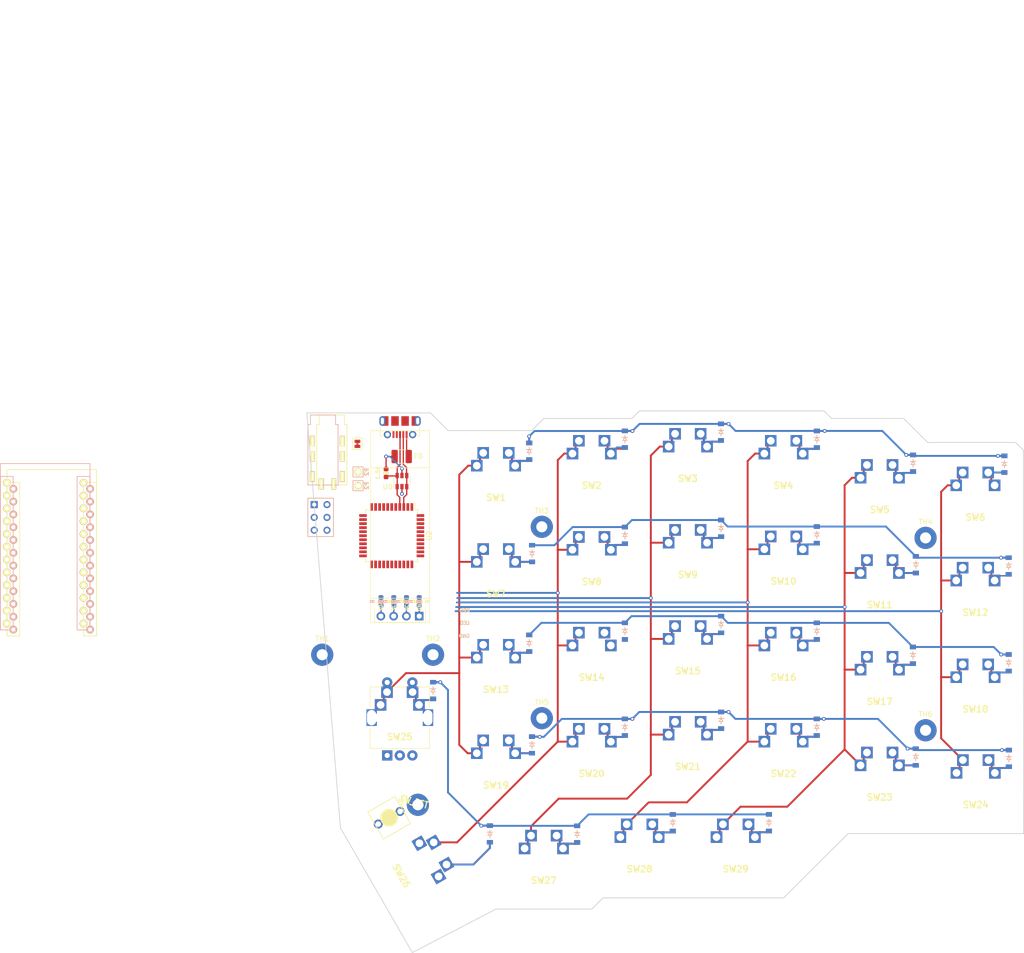
<source format=kicad_pcb>
(kicad_pcb (version 20171130) (host pcbnew "(5.1.6)-1")
  (layers (0 F.Cu signal) (31 B.Cu signal) (34 B.Paste user) (35 F.Paste user) (36 B.SilkS user) (37 F.SilkS user) (38 B.Mask user) (39 F.Mask user) (44 Edge.Cuts user))
  (net 0 "")
  (net 1 "Net-(D1-Pad2)")
  (net 2 row4)
  (net 3 "Net-(D2-Pad2)")
  (net 4 "Net-(D3-Pad2)")
  (net 5 row0)
  (net 6 "Net-(D4-Pad2)")
  (net 7 row1)
  (net 8 "Net-(D5-Pad2)")
  (net 9 row2)
  (net 10 "Net-(D6-Pad2)")
  (net 11 row3)
  (net 12 "Net-(D7-Pad2)")
  (net 13 "Net-(D8-Pad2)")
  (net 14 "Net-(D9-Pad2)")
  (net 15 "Net-(D10-Pad2)")
  (net 16 "Net-(D11-Pad2)")
  (net 17 "Net-(D12-Pad2)")
  (net 18 "Net-(D13-Pad2)")
  (net 19 "Net-(D14-Pad2)")
  (net 20 "Net-(D15-Pad2)")
  (net 21 "Net-(D16-Pad2)")
  (net 22 "Net-(D17-Pad2)")
  (net 23 "Net-(D18-Pad2)")
  (net 24 "Net-(D19-Pad2)")
  (net 25 "Net-(D20-Pad2)")
  (net 26 "Net-(D21-Pad2)")
  (net 27 "Net-(D22-Pad2)")
  (net 28 "Net-(D23-Pad2)")
  (net 29 "Net-(D24-Pad2)")
  (net 30 "Net-(D25-Pad2)")
  (net 31 "Net-(D26-Pad2)")
  (net 32 "Net-(D27-Pad2)")
  (net 33 "Net-(D28-Pad2)")
  (net 34 VCC)
  (net 35 GND)
  (net 36 col0)
  (net 37 col1)
  (net 38 col2)
  (net 39 col3)
  (net 40 col4)
  (net 41 col5)
  (net 42 SDA)
  (net 43 LED)
  (net 44 SCL)
  (net 45 RESET)
  (net 46 "Net-(D29-Pad2)")
  (net 47 "Net-(U1-Pad24)")
  (net 48 "Net-(U1-Pad20)")
  (net 49 "Net-(U1-Pad19)")
  (net 50 "Net-(U1-Pad7)")
  (net 51 DATA)
  (net 52 "Net-(J2-Pad4)")
  (net 53 "Net-(J2-Pad3)")
  (net 54 VBUS)
  (net 55 USB_D+)
  (net 56 USB_D-)
  (net 57 "Net-(DISP0-Pad1)")
  (net 58 "Net-(DISP0-Pad2)")
  (net 59 "Net-(DISP0-Pad3)")
  (net 60 "Net-(DISP0-Pad4)")
  (module Keyboard_Footprints:MX_1.5U_Flip (layer F.Cu) (at 105 127 300)
    (fp_text reference SW26 (at 0 3.81 300) (layer F.SilkS) (effects (font (size 1.27 1.27) (thickness 0.254))))
    (fp_text value SW_PUSH hide)
    (pad 2 thru_hole rect (at 3.81 -2.54 300) (size 2.286 2.286) (drill 1.524) (layers *.Cu *.Mask) (net 31 "Net-(D26-Pad2)"))
    (pad 1 thru_hole rect (at -2.54 -5.08 120) (size 2.286 2.286) (drill 1.524) (layers *.Cu *.Mask) (net 40 col4))
    (pad "" np_thru_hole circle (at 0 0 120) (size 4 4) (drill 4) (layers *.Cu *.Mask) (clearance 0.3048))
    (pad 1 thru_hole rect (at -3.81 -2.54 120) (size 2.286 2.286) (drill 1.524) (layers *.Cu *.Mask) (net 40 col4))
    (pad 2 thru_hole rect (at 2.54 -5.08 300) (size 2.286 2.286) (drill 1.524) (layers *.Cu *.Mask) (net 31 "Net-(D26-Pad2)"))
    (pad "" np_thru_hole circle (at -5.08 0 120) (size 1.8034 1.8034) (drill 1.8034) (layers *.Cu *.Mask) (clearance 0.3048))
    (pad "" np_thru_hole circle (at 5.08 0 120) (size 1.8034 1.8034) (drill 1.8034) (layers *.Cu *.Mask) (clearance 0.3048))
  )
  (module Keyboard_Footprints:SPST_FSM2JRT (layer F.Cu) (at 99.2886 117.3734 30)
    (fp_text reference RSW1)
    (fp_text value SW_RST (at 5.864224 -0.251134 -15) (layer F.SilkS) (effects (font (size 1.27 1.016) (thickness 0.254))))
    (pad 2 thru_hole circle (at 2.5019 0 30) (size 1.778 1.778) (drill 1.0922) (layers *.Cu *.Mask) (net 45 RESET))
    (pad 1 thru_hole circle (at -2.5019 0 30) (size 1.778 1.778) (drill 1.0922) (layers *.Cu *.Mask) (net 35 GND))
  )
  (module Keyboard_Footprints:OLED_128x32 (layer F.Cu) (at 101.45 77.343 90)
    (fp_text reference DISP0 hide)
    (fp_text value OLED_128x32 hide)
    (fp_text user GND (at 2.0828 3.8608 270) (layer F.SilkS) (effects (font (size 0.7 0.7))))
    (fp_text user SCL (at 1.9558 -1.2954 270) (layer F.SilkS) (effects (font (size 0.7 0.7))))
    (fp_text user VCC (at 2.0828 1.3716 270) (layer F.SilkS) (effects (font (size 0.7 0.7))))
    (fp_text user SDA (at 1.9304 -3.8354 270) (layer F.SilkS) (effects (font (size 0.7 0.7))))
    (pad 1 thru_hole rect (at 0 3.81 180) (size 1.7018 1.7018) (drill 1.016) (layers *.Cu *.Mask) (net 57 "Net-(DISP0-Pad1)"))
    (pad 2 thru_hole oval (at 0 1.27 180) (size 1.7018 1.7018) (drill 1.016) (layers *.Cu *.Mask) (net 58 "Net-(DISP0-Pad2)"))
    (pad 3 thru_hole oval (at 0 -1.27 180) (size 1.7018 1.7018) (drill 1.016) (layers *.Cu *.Mask) (net 59 "Net-(DISP0-Pad3)"))
    (pad 4 thru_hole oval (at 0 -3.81 180) (size 1.7018 1.7018) (drill 1.016) (layers *.Cu *.Mask) (net 60 "Net-(DISP0-Pad4)"))
  )
  (module Keyboard_Footprints:C_0603 (layer B.Cu) (at 105.2576 74.422 90)
    (fp_text reference SHT8 hide)
    (fp_text value R (at 0 -1.651 90 unlocked) (layer B.SilkS) (effects (font (size 0.8128 0.8128) (thickness 0.1524)) (justify mirror)))
    (pad 2 smd roundrect (at 0.7875 0 90) (size 0.875 0.95) (layers B.Cu B.Paste B.Mask) (net 42 SDA))
    (pad 1 smd roundrect (at -0.7875 0 90) (size 0.875 0.95) (layers B.Cu B.Paste B.Mask) (net 57 "Net-(DISP0-Pad1)"))
  )
  (module Keyboard_Footprints:C_0603 (layer F.Cu) (at 105.2576 74.422 90)
    (fp_text reference SHT7 hide)
    (fp_text value R (at 0 1.651 90 unlocked) (layer F.SilkS) (effects (font (size 0.8128 0.8128) (thickness 0.1524))))
    (pad 2 smd roundrect (at 0.7875 0 90) (size 0.875 0.95) (layers F.Cu F.Paste F.Mask) (net 35 GND))
    (pad 1 smd roundrect (at -0.7875 0 90) (size 0.875 0.95) (layers F.Cu F.Paste F.Mask) (net 57 "Net-(DISP0-Pad1)"))
  )
  (module Keyboard_Footprints:C_0603 (layer B.Cu) (at 102.7176 74.422101 90)
    (fp_text reference SHT6 hide)
    (fp_text value R (at 0 -1.651 90 unlocked) (layer B.SilkS) (effects (font (size 0.8128 0.8128) (thickness 0.1524)) (justify mirror)))
    (pad 2 smd roundrect (at 0.7875 0 90) (size 0.875 0.95) (layers B.Cu B.Paste B.Mask) (net 44 SCL))
    (pad 1 smd roundrect (at -0.7875 0 90) (size 0.875 0.95) (layers B.Cu B.Paste B.Mask) (net 58 "Net-(DISP0-Pad2)"))
  )
  (module Keyboard_Footprints:C_0603 (layer F.Cu) (at 102.7176 74.422 90)
    (fp_text reference SHT5 hide)
    (fp_text value R (at 0 1.651 90 unlocked) (layer F.SilkS) (effects (font (size 0.8128 0.8128) (thickness 0.1524))))
    (pad 2 smd roundrect (at 0.7875 0 90) (size 0.875 0.95) (layers F.Cu F.Paste F.Mask) (net 34 VCC))
    (pad 1 smd roundrect (at -0.7875 0 90) (size 0.875 0.95) (layers F.Cu F.Paste F.Mask) (net 58 "Net-(DISP0-Pad2)"))
  )
  (module Keyboard_Footprints:C_0603 (layer B.Cu) (at 100.203 74.422 90)
    (fp_text reference SHT4 hide)
    (fp_text value R (at 0 -1.651 90 unlocked) (layer B.SilkS) (effects (font (size 0.8128 0.8128) (thickness 0.1524)) (justify mirror)))
    (pad 2 smd roundrect (at 0.7875 0 90) (size 0.875 0.95) (layers B.Cu B.Paste B.Mask) (net 34 VCC))
    (pad 1 smd roundrect (at -0.7875 0 90) (size 0.875 0.95) (layers B.Cu B.Paste B.Mask) (net 59 "Net-(DISP0-Pad3)"))
  )
  (module Keyboard_Footprints:C_0603 (layer F.Cu) (at 100.203 74.422 90)
    (fp_text reference SHT3 hide)
    (fp_text value R (at 0 1.651 90 unlocked) (layer F.SilkS) (effects (font (size 0.8128 0.8128) (thickness 0.1524))))
    (pad 2 smd roundrect (at 0.7875 0 90) (size 0.875 0.95) (layers F.Cu F.Paste F.Mask) (net 44 SCL))
    (pad 1 smd roundrect (at -0.7875 0 90) (size 0.875 0.95) (layers F.Cu F.Paste F.Mask) (net 59 "Net-(DISP0-Pad3)"))
  )
  (module Keyboard_Footprints:C_0603 (layer B.Cu) (at 97.663 74.422101 90)
    (fp_text reference SHT2 hide)
    (fp_text value R (at 0 -1.651 90 unlocked) (layer B.SilkS) (effects (font (size 0.8128 0.8128) (thickness 0.1524)) (justify mirror)))
    (pad 2 smd roundrect (at 0.7875 0 90) (size 0.875 0.95) (layers B.Cu B.Paste B.Mask) (net 35 GND))
    (pad 1 smd roundrect (at -0.7875 0 90) (size 0.875 0.95) (layers B.Cu B.Paste B.Mask) (net 60 "Net-(DISP0-Pad4)"))
  )
  (module Keyboard_Footprints:C_0603 (layer F.Cu) (at 97.663 74.422 90)
    (fp_text reference SHT1 hide)
    (fp_text value R (at 0 1.651 90 unlocked) (layer F.SilkS) (effects (font (size 0.8128 0.8128) (thickness 0.1524))))
    (pad 2 smd roundrect (at 0.7875 0 90) (size 0.875 0.95) (layers F.Cu F.Paste F.Mask) (net 42 SDA))
    (pad 1 smd roundrect (at -0.7875 0 90) (size 0.875 0.95) (layers F.Cu F.Paste F.Mask) (net 60 "Net-(DISP0-Pad4)"))
  )
  (module Keyboard_Footprints:EC11E (layer F.Cu) (at 101.4 97.5 90)
    (fp_text reference SW30 hide)
    (fp_text value Rotary_Encoder_Switch hide)
    (pad S2 thru_hole circle (at 7 2.5 90) (size 2.032 2.032) (drill 1.016) (layers *.Cu *.Mask) (net 30 "Net-(D25-Pad2)"))
    (pad S1 thru_hole circle (at 7 -2.5 90) (size 2.032 2.032) (drill 1.016) (layers *.Cu *.Mask) (net 41 col5))
    (pad "" np_thru_hole rect (at 0 5.6 90) (size 3.302 2.032) (drill oval 3.048 1.778) (layers *.Cu *.Mask))
    (pad "" np_thru_hole rect (at 0 -5.6 90) (size 3.302 2.032) (drill oval 3.048 1.778) (layers *.Cu *.Mask))
    (pad B thru_hole circle (at -7.5 2.5 90) (size 2.032 2.032) (drill 1.016) (layers *.Cu *.Mask))
    (pad C thru_hole circle (at -7.5 0 90) (size 2.032 2.032) (drill 1.016) (layers *.Cu *.Mask) (net 35 GND))
    (pad A thru_hole rect (at -7.5 -2.5 90) (size 2.032 2.032) (drill 1.016) (layers *.Cu *.Mask))
  )
  (module Keyboard_Footprints:MX_1U_Flip (layer F.Cu) (at 196.7 52.4)
    (fp_text reference SW5 (at 0 3.81 180) (layer F.SilkS) (effects (font (size 1.27 1.27) (thickness 0.254))))
    (fp_text value SW_PUSH hide)
    (pad 2 thru_hole rect (at 3.81 -2.54) (size 2.286 2.286) (drill 1.524) (layers *.Cu B.Mask) (net 8 "Net-(D5-Pad2)"))
    (pad 1 thru_hole rect (at -2.54 -5.08) (size 2.286 2.286) (drill 1.524) (layers *.Cu B.Mask) (net 37 col1))
    (pad "" np_thru_hole circle (at 5.08 0) (size 1.8034 1.8034) (drill 1.8034) (layers *.Cu *.Mask) (clearance 0.3048))
    (pad "" np_thru_hole circle (at -5.08 0 180) (size 1.8034 1.8034) (drill 1.8034) (layers *.Cu *.Mask) (clearance 0.3048))
    (pad 2 thru_hole rect (at 2.54 -5.08) (size 2.286 2.286) (drill 1.524) (layers *.Cu F.Mask) (net 8 "Net-(D5-Pad2)"))
    (pad 1 thru_hole rect (at -3.81 -2.54) (size 2.286 2.286) (drill 1.524) (layers *.Cu F.Mask) (net 37 col1))
    (pad "" np_thru_hole circle (at 0 0) (size 4 4) (drill 4) (layers *.Cu *.Mask) (clearance 0.3048))
  )
  (module Keyboard_Footprints:MX_1U_Flip (layer F.Cu) (at 168.1 123.75)
    (fp_text reference SW29 (at 0 3.81 180) (layer F.SilkS) (effects (font (size 1.27 1.27) (thickness 0.254))))
    (fp_text value SW_PUSH hide)
    (pad 2 thru_hole rect (at 3.81 -2.54) (size 2.286 2.286) (drill 1.524) (layers *.Cu B.Mask) (net 46 "Net-(D29-Pad2)"))
    (pad 1 thru_hole rect (at -2.54 -5.08) (size 2.286 2.286) (drill 1.524) (layers *.Cu B.Mask) (net 37 col1))
    (pad "" np_thru_hole circle (at 5.08 0) (size 1.8034 1.8034) (drill 1.8034) (layers *.Cu *.Mask) (clearance 0.3048))
    (pad "" np_thru_hole circle (at -5.08 0 180) (size 1.8034 1.8034) (drill 1.8034) (layers *.Cu *.Mask) (clearance 0.3048))
    (pad 2 thru_hole rect (at 2.54 -5.08) (size 2.286 2.286) (drill 1.524) (layers *.Cu F.Mask) (net 46 "Net-(D29-Pad2)"))
    (pad 1 thru_hole rect (at -3.81 -2.54) (size 2.286 2.286) (drill 1.524) (layers *.Cu F.Mask) (net 37 col1))
    (pad "" np_thru_hole circle (at 0 0) (size 4 4) (drill 4) (layers *.Cu *.Mask) (clearance 0.3048))
  )
  (module Keyboard_Footprints:MX_1U_Flip (layer F.Cu) (at 149 123.75)
    (fp_text reference SW28 (at 0 3.81 180) (layer F.SilkS) (effects (font (size 1.27 1.27) (thickness 0.254))))
    (fp_text value SW_PUSH hide)
    (pad 2 thru_hole rect (at 3.81 -2.54) (size 2.286 2.286) (drill 1.524) (layers *.Cu B.Mask) (net 33 "Net-(D28-Pad2)"))
    (pad 1 thru_hole rect (at -2.54 -5.08) (size 2.286 2.286) (drill 1.524) (layers *.Cu B.Mask) (net 38 col2))
    (pad "" np_thru_hole circle (at 5.08 0) (size 1.8034 1.8034) (drill 1.8034) (layers *.Cu *.Mask) (clearance 0.3048))
    (pad "" np_thru_hole circle (at -5.08 0 180) (size 1.8034 1.8034) (drill 1.8034) (layers *.Cu *.Mask) (clearance 0.3048))
    (pad 2 thru_hole rect (at 2.54 -5.08) (size 2.286 2.286) (drill 1.524) (layers *.Cu F.Mask) (net 33 "Net-(D28-Pad2)"))
    (pad 1 thru_hole rect (at -3.81 -2.54) (size 2.286 2.286) (drill 1.524) (layers *.Cu F.Mask) (net 38 col2))
    (pad "" np_thru_hole circle (at 0 0) (size 4 4) (drill 4) (layers *.Cu *.Mask) (clearance 0.3048))
  )
  (module Keyboard_Footprints:MX_1U_Flip (layer F.Cu) (at 130 126)
    (fp_text reference SW27 (at 0 3.81 180) (layer F.SilkS) (effects (font (size 1.27 1.27) (thickness 0.254))))
    (fp_text value SW_PUSH hide)
    (pad 2 thru_hole rect (at 3.81 -2.54) (size 2.286 2.286) (drill 1.524) (layers *.Cu B.Mask) (net 32 "Net-(D27-Pad2)"))
    (pad 1 thru_hole rect (at -2.54 -5.08) (size 2.286 2.286) (drill 1.524) (layers *.Cu B.Mask) (net 39 col3))
    (pad "" np_thru_hole circle (at 5.08 0) (size 1.8034 1.8034) (drill 1.8034) (layers *.Cu *.Mask) (clearance 0.3048))
    (pad "" np_thru_hole circle (at -5.08 0 180) (size 1.8034 1.8034) (drill 1.8034) (layers *.Cu *.Mask) (clearance 0.3048))
    (pad 2 thru_hole rect (at 2.54 -5.08) (size 2.286 2.286) (drill 1.524) (layers *.Cu F.Mask) (net 32 "Net-(D27-Pad2)"))
    (pad 1 thru_hole rect (at -3.81 -2.54) (size 2.286 2.286) (drill 1.524) (layers *.Cu F.Mask) (net 39 col3))
    (pad "" np_thru_hole circle (at 0 0) (size 4 4) (drill 4) (layers *.Cu *.Mask) (clearance 0.3048))
  )
  (module Keyboard_Footprints:MX_1U_Flip (layer F.Cu) (at 101.4 97.5)
    (fp_text reference SW25 (at 0 3.81 180) (layer F.SilkS) (effects (font (size 1.27 1.27) (thickness 0.254))))
    (fp_text value SW_PUSH hide)
    (pad 2 thru_hole rect (at 3.81 -2.54) (size 2.286 2.286) (drill 1.524) (layers *.Cu B.Mask) (net 30 "Net-(D25-Pad2)"))
    (pad 1 thru_hole rect (at -2.54 -5.08) (size 2.286 2.286) (drill 1.524) (layers *.Cu B.Mask) (net 41 col5))
    (pad "" np_thru_hole circle (at 5.08 0) (size 1.8034 1.8034) (drill 1.8034) (layers *.Cu *.Mask) (clearance 0.3048))
    (pad "" np_thru_hole circle (at -5.08 0 180) (size 1.8034 1.8034) (drill 1.8034) (layers *.Cu *.Mask) (clearance 0.3048))
    (pad 2 thru_hole rect (at 2.54 -5.08) (size 2.286 2.286) (drill 1.524) (layers *.Cu F.Mask) (net 30 "Net-(D25-Pad2)"))
    (pad 1 thru_hole rect (at -3.81 -2.54) (size 2.286 2.286) (drill 1.524) (layers *.Cu F.Mask) (net 41 col5))
    (pad "" np_thru_hole circle (at 0 0) (size 4 4) (drill 4) (layers *.Cu *.Mask) (clearance 0.3048))
  )
  (module Keyboard_Footprints:MX_1U_Flip (layer F.Cu) (at 215.75 111)
    (fp_text reference SW24 (at 0 3.81 180) (layer F.SilkS) (effects (font (size 1.27 1.27) (thickness 0.254))))
    (fp_text value SW_PUSH hide)
    (pad 2 thru_hole rect (at 3.81 -2.54) (size 2.286 2.286) (drill 1.524) (layers *.Cu B.Mask) (net 29 "Net-(D24-Pad2)"))
    (pad 1 thru_hole rect (at -2.54 -5.08) (size 2.286 2.286) (drill 1.524) (layers *.Cu B.Mask) (net 36 col0))
    (pad "" np_thru_hole circle (at 5.08 0) (size 1.8034 1.8034) (drill 1.8034) (layers *.Cu *.Mask) (clearance 0.3048))
    (pad "" np_thru_hole circle (at -5.08 0 180) (size 1.8034 1.8034) (drill 1.8034) (layers *.Cu *.Mask) (clearance 0.3048))
    (pad 2 thru_hole rect (at 2.54 -5.08) (size 2.286 2.286) (drill 1.524) (layers *.Cu F.Mask) (net 29 "Net-(D24-Pad2)"))
    (pad 1 thru_hole rect (at -3.81 -2.54) (size 2.286 2.286) (drill 1.524) (layers *.Cu F.Mask) (net 36 col0))
    (pad "" np_thru_hole circle (at 0 0) (size 4 4) (drill 4) (layers *.Cu *.Mask) (clearance 0.3048))
  )
  (module Keyboard_Footprints:MX_1U_Flip (layer F.Cu) (at 196.7 109.5)
    (fp_text reference SW23 (at 0 3.81 180) (layer F.SilkS) (effects (font (size 1.27 1.27) (thickness 0.254))))
    (fp_text value SW_PUSH hide)
    (pad 2 thru_hole rect (at 3.81 -2.54) (size 2.286 2.286) (drill 1.524) (layers *.Cu B.Mask) (net 28 "Net-(D23-Pad2)"))
    (pad 1 thru_hole rect (at -2.54 -5.08) (size 2.286 2.286) (drill 1.524) (layers *.Cu B.Mask) (net 37 col1))
    (pad "" np_thru_hole circle (at 5.08 0) (size 1.8034 1.8034) (drill 1.8034) (layers *.Cu *.Mask) (clearance 0.3048))
    (pad "" np_thru_hole circle (at -5.08 0 180) (size 1.8034 1.8034) (drill 1.8034) (layers *.Cu *.Mask) (clearance 0.3048))
    (pad 2 thru_hole rect (at 2.54 -5.08) (size 2.286 2.286) (drill 1.524) (layers *.Cu F.Mask) (net 28 "Net-(D23-Pad2)"))
    (pad 1 thru_hole rect (at -3.81 -2.54) (size 2.286 2.286) (drill 1.524) (layers *.Cu F.Mask) (net 37 col1))
    (pad "" np_thru_hole circle (at 0 0) (size 4 4) (drill 4) (layers *.Cu *.Mask) (clearance 0.3048))
  )
  (module Keyboard_Footprints:MX_1U_Flip (layer F.Cu) (at 177.6 104.8)
    (fp_text reference SW22 (at 0 3.81 180) (layer F.SilkS) (effects (font (size 1.27 1.27) (thickness 0.254))))
    (fp_text value SW_PUSH hide)
    (pad 2 thru_hole rect (at 3.81 -2.54) (size 2.286 2.286) (drill 1.524) (layers *.Cu B.Mask) (net 27 "Net-(D22-Pad2)"))
    (pad 1 thru_hole rect (at -2.54 -5.08) (size 2.286 2.286) (drill 1.524) (layers *.Cu B.Mask) (net 38 col2))
    (pad "" np_thru_hole circle (at 5.08 0) (size 1.8034 1.8034) (drill 1.8034) (layers *.Cu *.Mask) (clearance 0.3048))
    (pad "" np_thru_hole circle (at -5.08 0 180) (size 1.8034 1.8034) (drill 1.8034) (layers *.Cu *.Mask) (clearance 0.3048))
    (pad 2 thru_hole rect (at 2.54 -5.08) (size 2.286 2.286) (drill 1.524) (layers *.Cu F.Mask) (net 27 "Net-(D22-Pad2)"))
    (pad 1 thru_hole rect (at -3.81 -2.54) (size 2.286 2.286) (drill 1.524) (layers *.Cu F.Mask) (net 38 col2))
    (pad "" np_thru_hole circle (at 0 0) (size 4 4) (drill 4) (layers *.Cu *.Mask) (clearance 0.3048))
  )
  (module Keyboard_Footprints:MX_1U_Flip (layer F.Cu) (at 158.6 103.4)
    (fp_text reference SW21 (at 0 3.81 180) (layer F.SilkS) (effects (font (size 1.27 1.27) (thickness 0.254))))
    (fp_text value SW_PUSH hide)
    (pad 2 thru_hole rect (at 3.81 -2.54) (size 2.286 2.286) (drill 1.524) (layers *.Cu B.Mask) (net 26 "Net-(D21-Pad2)"))
    (pad 1 thru_hole rect (at -2.54 -5.08) (size 2.286 2.286) (drill 1.524) (layers *.Cu B.Mask) (net 39 col3))
    (pad "" np_thru_hole circle (at 5.08 0) (size 1.8034 1.8034) (drill 1.8034) (layers *.Cu *.Mask) (clearance 0.3048))
    (pad "" np_thru_hole circle (at -5.08 0 180) (size 1.8034 1.8034) (drill 1.8034) (layers *.Cu *.Mask) (clearance 0.3048))
    (pad 2 thru_hole rect (at 2.54 -5.08) (size 2.286 2.286) (drill 1.524) (layers *.Cu F.Mask) (net 26 "Net-(D21-Pad2)"))
    (pad 1 thru_hole rect (at -3.81 -2.54) (size 2.286 2.286) (drill 1.524) (layers *.Cu F.Mask) (net 39 col3))
    (pad "" np_thru_hole circle (at 0 0) (size 4 4) (drill 4) (layers *.Cu *.Mask) (clearance 0.3048))
  )
  (module Keyboard_Footprints:MX_1U_Flip (layer F.Cu) (at 139.5 104.8)
    (fp_text reference SW20 (at 0 3.81 180) (layer F.SilkS) (effects (font (size 1.27 1.27) (thickness 0.254))))
    (fp_text value SW_PUSH hide)
    (pad 2 thru_hole rect (at 3.81 -2.54) (size 2.286 2.286) (drill 1.524) (layers *.Cu B.Mask) (net 25 "Net-(D20-Pad2)"))
    (pad 1 thru_hole rect (at -2.54 -5.08) (size 2.286 2.286) (drill 1.524) (layers *.Cu B.Mask) (net 40 col4))
    (pad "" np_thru_hole circle (at 5.08 0) (size 1.8034 1.8034) (drill 1.8034) (layers *.Cu *.Mask) (clearance 0.3048))
    (pad "" np_thru_hole circle (at -5.08 0 180) (size 1.8034 1.8034) (drill 1.8034) (layers *.Cu *.Mask) (clearance 0.3048))
    (pad 2 thru_hole rect (at 2.54 -5.08) (size 2.286 2.286) (drill 1.524) (layers *.Cu F.Mask) (net 25 "Net-(D20-Pad2)"))
    (pad 1 thru_hole rect (at -3.81 -2.54) (size 2.286 2.286) (drill 1.524) (layers *.Cu F.Mask) (net 40 col4))
    (pad "" np_thru_hole circle (at 0 0) (size 4 4) (drill 4) (layers *.Cu *.Mask) (clearance 0.3048))
  )
  (module Keyboard_Footprints:MX_1U_Flip (layer F.Cu) (at 120.5 107.1)
    (fp_text reference SW19 (at 0 3.81 180) (layer F.SilkS) (effects (font (size 1.27 1.27) (thickness 0.254))))
    (fp_text value SW_PUSH hide)
    (pad 2 thru_hole rect (at 3.81 -2.54) (size 2.286 2.286) (drill 1.524) (layers *.Cu B.Mask) (net 24 "Net-(D19-Pad2)"))
    (pad 1 thru_hole rect (at -2.54 -5.08) (size 2.286 2.286) (drill 1.524) (layers *.Cu B.Mask) (net 41 col5))
    (pad "" np_thru_hole circle (at 5.08 0) (size 1.8034 1.8034) (drill 1.8034) (layers *.Cu *.Mask) (clearance 0.3048))
    (pad "" np_thru_hole circle (at -5.08 0 180) (size 1.8034 1.8034) (drill 1.8034) (layers *.Cu *.Mask) (clearance 0.3048))
    (pad 2 thru_hole rect (at 2.54 -5.08) (size 2.286 2.286) (drill 1.524) (layers *.Cu F.Mask) (net 24 "Net-(D19-Pad2)"))
    (pad 1 thru_hole rect (at -3.81 -2.54) (size 2.286 2.286) (drill 1.524) (layers *.Cu F.Mask) (net 41 col5))
    (pad "" np_thru_hole circle (at 0 0) (size 4 4) (drill 4) (layers *.Cu *.Mask) (clearance 0.3048))
  )
  (module Keyboard_Footprints:MX_1U_Flip (layer F.Cu) (at 215.7 92)
    (fp_text reference SW18 (at 0 3.81 180) (layer F.SilkS) (effects (font (size 1.27 1.27) (thickness 0.254))))
    (fp_text value SW_PUSH hide)
    (pad 2 thru_hole rect (at 3.81 -2.54) (size 2.286 2.286) (drill 1.524) (layers *.Cu B.Mask) (net 23 "Net-(D18-Pad2)"))
    (pad 1 thru_hole rect (at -2.54 -5.08) (size 2.286 2.286) (drill 1.524) (layers *.Cu B.Mask) (net 36 col0))
    (pad "" np_thru_hole circle (at 5.08 0) (size 1.8034 1.8034) (drill 1.8034) (layers *.Cu *.Mask) (clearance 0.3048))
    (pad "" np_thru_hole circle (at -5.08 0 180) (size 1.8034 1.8034) (drill 1.8034) (layers *.Cu *.Mask) (clearance 0.3048))
    (pad 2 thru_hole rect (at 2.54 -5.08) (size 2.286 2.286) (drill 1.524) (layers *.Cu F.Mask) (net 23 "Net-(D18-Pad2)"))
    (pad 1 thru_hole rect (at -3.81 -2.54) (size 2.286 2.286) (drill 1.524) (layers *.Cu F.Mask) (net 36 col0))
    (pad "" np_thru_hole circle (at 0 0) (size 4 4) (drill 4) (layers *.Cu *.Mask) (clearance 0.3048))
  )
  (module Keyboard_Footprints:MX_1U_Flip (layer F.Cu) (at 196.7 90.5)
    (fp_text reference SW17 (at 0 3.81 180) (layer F.SilkS) (effects (font (size 1.27 1.27) (thickness 0.254))))
    (fp_text value SW_PUSH hide)
    (pad 2 thru_hole rect (at 3.81 -2.54) (size 2.286 2.286) (drill 1.524) (layers *.Cu B.Mask) (net 22 "Net-(D17-Pad2)"))
    (pad 1 thru_hole rect (at -2.54 -5.08) (size 2.286 2.286) (drill 1.524) (layers *.Cu B.Mask) (net 37 col1))
    (pad "" np_thru_hole circle (at 5.08 0) (size 1.8034 1.8034) (drill 1.8034) (layers *.Cu *.Mask) (clearance 0.3048))
    (pad "" np_thru_hole circle (at -5.08 0 180) (size 1.8034 1.8034) (drill 1.8034) (layers *.Cu *.Mask) (clearance 0.3048))
    (pad 2 thru_hole rect (at 2.54 -5.08) (size 2.286 2.286) (drill 1.524) (layers *.Cu F.Mask) (net 22 "Net-(D17-Pad2)"))
    (pad 1 thru_hole rect (at -3.81 -2.54) (size 2.286 2.286) (drill 1.524) (layers *.Cu F.Mask) (net 37 col1))
    (pad "" np_thru_hole circle (at 0 0) (size 4 4) (drill 4) (layers *.Cu *.Mask) (clearance 0.3048))
  )
  (module Keyboard_Footprints:MX_1U_Flip (layer F.Cu) (at 177.6 85.7)
    (fp_text reference SW16 (at 0 3.81 180) (layer F.SilkS) (effects (font (size 1.27 1.27) (thickness 0.254))))
    (fp_text value SW_PUSH hide)
    (pad 2 thru_hole rect (at 3.81 -2.54) (size 2.286 2.286) (drill 1.524) (layers *.Cu B.Mask) (net 21 "Net-(D16-Pad2)"))
    (pad 1 thru_hole rect (at -2.54 -5.08) (size 2.286 2.286) (drill 1.524) (layers *.Cu B.Mask) (net 38 col2))
    (pad "" np_thru_hole circle (at 5.08 0) (size 1.8034 1.8034) (drill 1.8034) (layers *.Cu *.Mask) (clearance 0.3048))
    (pad "" np_thru_hole circle (at -5.08 0 180) (size 1.8034 1.8034) (drill 1.8034) (layers *.Cu *.Mask) (clearance 0.3048))
    (pad 2 thru_hole rect (at 2.54 -5.08) (size 2.286 2.286) (drill 1.524) (layers *.Cu F.Mask) (net 21 "Net-(D16-Pad2)"))
    (pad 1 thru_hole rect (at -3.81 -2.54) (size 2.286 2.286) (drill 1.524) (layers *.Cu F.Mask) (net 38 col2))
    (pad "" np_thru_hole circle (at 0 0) (size 4 4) (drill 4) (layers *.Cu *.Mask) (clearance 0.3048))
  )
  (module Keyboard_Footprints:MX_1U_Flip (layer F.Cu) (at 158.6 84.4)
    (fp_text reference SW15 (at 0 3.81 180) (layer F.SilkS) (effects (font (size 1.27 1.27) (thickness 0.254))))
    (fp_text value SW_PUSH hide)
    (pad 2 thru_hole rect (at 3.81 -2.54) (size 2.286 2.286) (drill 1.524) (layers *.Cu B.Mask) (net 20 "Net-(D15-Pad2)"))
    (pad 1 thru_hole rect (at -2.54 -5.08) (size 2.286 2.286) (drill 1.524) (layers *.Cu B.Mask) (net 39 col3))
    (pad "" np_thru_hole circle (at 5.08 0) (size 1.8034 1.8034) (drill 1.8034) (layers *.Cu *.Mask) (clearance 0.3048))
    (pad "" np_thru_hole circle (at -5.08 0 180) (size 1.8034 1.8034) (drill 1.8034) (layers *.Cu *.Mask) (clearance 0.3048))
    (pad 2 thru_hole rect (at 2.54 -5.08) (size 2.286 2.286) (drill 1.524) (layers *.Cu F.Mask) (net 20 "Net-(D15-Pad2)"))
    (pad 1 thru_hole rect (at -3.81 -2.54) (size 2.286 2.286) (drill 1.524) (layers *.Cu F.Mask) (net 39 col3))
    (pad "" np_thru_hole circle (at 0 0) (size 4 4) (drill 4) (layers *.Cu *.Mask) (clearance 0.3048))
  )
  (module Keyboard_Footprints:MX_1U_Flip (layer F.Cu) (at 139.5 85.7)
    (fp_text reference SW14 (at 0 3.81 180) (layer F.SilkS) (effects (font (size 1.27 1.27) (thickness 0.254))))
    (fp_text value SW_PUSH hide)
    (pad 2 thru_hole rect (at 3.81 -2.54) (size 2.286 2.286) (drill 1.524) (layers *.Cu B.Mask) (net 19 "Net-(D14-Pad2)"))
    (pad 1 thru_hole rect (at -2.54 -5.08) (size 2.286 2.286) (drill 1.524) (layers *.Cu B.Mask) (net 40 col4))
    (pad "" np_thru_hole circle (at 5.08 0) (size 1.8034 1.8034) (drill 1.8034) (layers *.Cu *.Mask) (clearance 0.3048))
    (pad "" np_thru_hole circle (at -5.08 0 180) (size 1.8034 1.8034) (drill 1.8034) (layers *.Cu *.Mask) (clearance 0.3048))
    (pad 2 thru_hole rect (at 2.54 -5.08) (size 2.286 2.286) (drill 1.524) (layers *.Cu F.Mask) (net 19 "Net-(D14-Pad2)"))
    (pad 1 thru_hole rect (at -3.81 -2.54) (size 2.286 2.286) (drill 1.524) (layers *.Cu F.Mask) (net 40 col4))
    (pad "" np_thru_hole circle (at 0 0) (size 4 4) (drill 4) (layers *.Cu *.Mask) (clearance 0.3048))
  )
  (module Keyboard_Footprints:MX_1U_Flip (layer F.Cu) (at 120.5 88.1)
    (fp_text reference SW13 (at 0 3.81 180) (layer F.SilkS) (effects (font (size 1.27 1.27) (thickness 0.254))))
    (fp_text value SW_PUSH hide)
    (pad 2 thru_hole rect (at 3.81 -2.54) (size 2.286 2.286) (drill 1.524) (layers *.Cu B.Mask) (net 18 "Net-(D13-Pad2)"))
    (pad 1 thru_hole rect (at -2.54 -5.08) (size 2.286 2.286) (drill 1.524) (layers *.Cu B.Mask) (net 41 col5))
    (pad "" np_thru_hole circle (at 5.08 0) (size 1.8034 1.8034) (drill 1.8034) (layers *.Cu *.Mask) (clearance 0.3048))
    (pad "" np_thru_hole circle (at -5.08 0 180) (size 1.8034 1.8034) (drill 1.8034) (layers *.Cu *.Mask) (clearance 0.3048))
    (pad 2 thru_hole rect (at 2.54 -5.08) (size 2.286 2.286) (drill 1.524) (layers *.Cu F.Mask) (net 18 "Net-(D13-Pad2)"))
    (pad 1 thru_hole rect (at -3.81 -2.54) (size 2.286 2.286) (drill 1.524) (layers *.Cu F.Mask) (net 41 col5))
    (pad "" np_thru_hole circle (at 0 0) (size 4 4) (drill 4) (layers *.Cu *.Mask) (clearance 0.3048))
  )
  (module Keyboard_Footprints:MX_1U_Flip (layer F.Cu) (at 215.7 72.8)
    (fp_text reference SW12 (at 0 3.81 180) (layer F.SilkS) (effects (font (size 1.27 1.27) (thickness 0.254))))
    (fp_text value SW_PUSH hide)
    (pad 2 thru_hole rect (at 3.81 -2.54) (size 2.286 2.286) (drill 1.524) (layers *.Cu B.Mask) (net 17 "Net-(D12-Pad2)"))
    (pad 1 thru_hole rect (at -2.54 -5.08) (size 2.286 2.286) (drill 1.524) (layers *.Cu B.Mask) (net 36 col0))
    (pad "" np_thru_hole circle (at 5.08 0) (size 1.8034 1.8034) (drill 1.8034) (layers *.Cu *.Mask) (clearance 0.3048))
    (pad "" np_thru_hole circle (at -5.08 0 180) (size 1.8034 1.8034) (drill 1.8034) (layers *.Cu *.Mask) (clearance 0.3048))
    (pad 2 thru_hole rect (at 2.54 -5.08) (size 2.286 2.286) (drill 1.524) (layers *.Cu F.Mask) (net 17 "Net-(D12-Pad2)"))
    (pad 1 thru_hole rect (at -3.81 -2.54) (size 2.286 2.286) (drill 1.524) (layers *.Cu F.Mask) (net 36 col0))
    (pad "" np_thru_hole circle (at 0 0) (size 4 4) (drill 4) (layers *.Cu *.Mask) (clearance 0.3048))
  )
  (module Keyboard_Footprints:MX_1U_Flip (layer F.Cu) (at 196.7 71.3)
    (fp_text reference SW11 (at 0 3.81 180) (layer F.SilkS) (effects (font (size 1.27 1.27) (thickness 0.254))))
    (fp_text value SW_PUSH hide)
    (pad 2 thru_hole rect (at 3.81 -2.54) (size 2.286 2.286) (drill 1.524) (layers *.Cu B.Mask) (net 16 "Net-(D11-Pad2)"))
    (pad 1 thru_hole rect (at -2.54 -5.08) (size 2.286 2.286) (drill 1.524) (layers *.Cu B.Mask) (net 37 col1))
    (pad "" np_thru_hole circle (at 5.08 0) (size 1.8034 1.8034) (drill 1.8034) (layers *.Cu *.Mask) (clearance 0.3048))
    (pad "" np_thru_hole circle (at -5.08 0 180) (size 1.8034 1.8034) (drill 1.8034) (layers *.Cu *.Mask) (clearance 0.3048))
    (pad 2 thru_hole rect (at 2.54 -5.08) (size 2.286 2.286) (drill 1.524) (layers *.Cu F.Mask) (net 16 "Net-(D11-Pad2)"))
    (pad 1 thru_hole rect (at -3.81 -2.54) (size 2.286 2.286) (drill 1.524) (layers *.Cu F.Mask) (net 37 col1))
    (pad "" np_thru_hole circle (at 0 0) (size 4 4) (drill 4) (layers *.Cu *.Mask) (clearance 0.3048))
  )
  (module Keyboard_Footprints:MX_1U_Flip (layer F.Cu) (at 177.6 66.6)
    (fp_text reference SW10 (at 0 3.81 180) (layer F.SilkS) (effects (font (size 1.27 1.27) (thickness 0.254))))
    (fp_text value SW_PUSH hide)
    (pad 2 thru_hole rect (at 3.81 -2.54) (size 2.286 2.286) (drill 1.524) (layers *.Cu B.Mask) (net 15 "Net-(D10-Pad2)"))
    (pad 1 thru_hole rect (at -2.54 -5.08) (size 2.286 2.286) (drill 1.524) (layers *.Cu B.Mask) (net 38 col2))
    (pad "" np_thru_hole circle (at 5.08 0) (size 1.8034 1.8034) (drill 1.8034) (layers *.Cu *.Mask) (clearance 0.3048))
    (pad "" np_thru_hole circle (at -5.08 0 180) (size 1.8034 1.8034) (drill 1.8034) (layers *.Cu *.Mask) (clearance 0.3048))
    (pad 2 thru_hole rect (at 2.54 -5.08) (size 2.286 2.286) (drill 1.524) (layers *.Cu F.Mask) (net 15 "Net-(D10-Pad2)"))
    (pad 1 thru_hole rect (at -3.81 -2.54) (size 2.286 2.286) (drill 1.524) (layers *.Cu F.Mask) (net 38 col2))
    (pad "" np_thru_hole circle (at 0 0) (size 4 4) (drill 4) (layers *.Cu *.Mask) (clearance 0.3048))
  )
  (module Keyboard_Footprints:MX_1U_Flip (layer F.Cu) (at 158.6 65.3)
    (fp_text reference SW9 (at 0 3.81 180) (layer F.SilkS) (effects (font (size 1.27 1.27) (thickness 0.254))))
    (fp_text value SW_PUSH hide)
    (pad 2 thru_hole rect (at 3.81 -2.54) (size 2.286 2.286) (drill 1.524) (layers *.Cu B.Mask) (net 14 "Net-(D9-Pad2)"))
    (pad 1 thru_hole rect (at -2.54 -5.08) (size 2.286 2.286) (drill 1.524) (layers *.Cu B.Mask) (net 39 col3))
    (pad "" np_thru_hole circle (at 5.08 0) (size 1.8034 1.8034) (drill 1.8034) (layers *.Cu *.Mask) (clearance 0.3048))
    (pad "" np_thru_hole circle (at -5.08 0 180) (size 1.8034 1.8034) (drill 1.8034) (layers *.Cu *.Mask) (clearance 0.3048))
    (pad 2 thru_hole rect (at 2.54 -5.08) (size 2.286 2.286) (drill 1.524) (layers *.Cu F.Mask) (net 14 "Net-(D9-Pad2)"))
    (pad 1 thru_hole rect (at -3.81 -2.54) (size 2.286 2.286) (drill 1.524) (layers *.Cu F.Mask) (net 39 col3))
    (pad "" np_thru_hole circle (at 0 0) (size 4 4) (drill 4) (layers *.Cu *.Mask) (clearance 0.3048))
  )
  (module Keyboard_Footprints:MX_1U_Flip (layer F.Cu) (at 139.5 66.7)
    (fp_text reference SW8 (at 0 3.81 180) (layer F.SilkS) (effects (font (size 1.27 1.27) (thickness 0.254))))
    (fp_text value SW_PUSH hide)
    (pad 2 thru_hole rect (at 3.81 -2.54) (size 2.286 2.286) (drill 1.524) (layers *.Cu B.Mask) (net 13 "Net-(D8-Pad2)"))
    (pad 1 thru_hole rect (at -2.54 -5.08) (size 2.286 2.286) (drill 1.524) (layers *.Cu B.Mask) (net 40 col4))
    (pad "" np_thru_hole circle (at 5.08 0) (size 1.8034 1.8034) (drill 1.8034) (layers *.Cu *.Mask) (clearance 0.3048))
    (pad "" np_thru_hole circle (at -5.08 0 180) (size 1.8034 1.8034) (drill 1.8034) (layers *.Cu *.Mask) (clearance 0.3048))
    (pad 2 thru_hole rect (at 2.54 -5.08) (size 2.286 2.286) (drill 1.524) (layers *.Cu F.Mask) (net 13 "Net-(D8-Pad2)"))
    (pad 1 thru_hole rect (at -3.81 -2.54) (size 2.286 2.286) (drill 1.524) (layers *.Cu F.Mask) (net 40 col4))
    (pad "" np_thru_hole circle (at 0 0) (size 4 4) (drill 4) (layers *.Cu *.Mask) (clearance 0.3048))
  )
  (module Keyboard_Footprints:MX_1U_Flip (layer F.Cu) (at 120.5 69.1)
    (fp_text reference SW7 (at 0 3.81 180) (layer F.SilkS) (effects (font (size 1.27 1.27) (thickness 0.254))))
    (fp_text value SW_PUSH hide)
    (pad 2 thru_hole rect (at 3.81 -2.54) (size 2.286 2.286) (drill 1.524) (layers *.Cu B.Mask) (net 12 "Net-(D7-Pad2)"))
    (pad 1 thru_hole rect (at -2.54 -5.08) (size 2.286 2.286) (drill 1.524) (layers *.Cu B.Mask) (net 41 col5))
    (pad "" np_thru_hole circle (at 5.08 0) (size 1.8034 1.8034) (drill 1.8034) (layers *.Cu *.Mask) (clearance 0.3048))
    (pad "" np_thru_hole circle (at -5.08 0 180) (size 1.8034 1.8034) (drill 1.8034) (layers *.Cu *.Mask) (clearance 0.3048))
    (pad 2 thru_hole rect (at 2.54 -5.08) (size 2.286 2.286) (drill 1.524) (layers *.Cu F.Mask) (net 12 "Net-(D7-Pad2)"))
    (pad 1 thru_hole rect (at -3.81 -2.54) (size 2.286 2.286) (drill 1.524) (layers *.Cu F.Mask) (net 41 col5))
    (pad "" np_thru_hole circle (at 0 0) (size 4 4) (drill 4) (layers *.Cu *.Mask) (clearance 0.3048))
  )
  (module Keyboard_Footprints:MX_1U_Flip (layer F.Cu) (at 215.7 53.9)
    (fp_text reference SW6 (at 0 3.81 180) (layer F.SilkS) (effects (font (size 1.27 1.27) (thickness 0.254))))
    (fp_text value SW_PUSH hide)
    (pad 2 thru_hole rect (at 3.81 -2.54) (size 2.286 2.286) (drill 1.524) (layers *.Cu B.Mask) (net 10 "Net-(D6-Pad2)"))
    (pad 1 thru_hole rect (at -2.54 -5.08) (size 2.286 2.286) (drill 1.524) (layers *.Cu B.Mask) (net 36 col0))
    (pad "" np_thru_hole circle (at 5.08 0) (size 1.8034 1.8034) (drill 1.8034) (layers *.Cu *.Mask) (clearance 0.3048))
    (pad "" np_thru_hole circle (at -5.08 0 180) (size 1.8034 1.8034) (drill 1.8034) (layers *.Cu *.Mask) (clearance 0.3048))
    (pad 2 thru_hole rect (at 2.54 -5.08) (size 2.286 2.286) (drill 1.524) (layers *.Cu F.Mask) (net 10 "Net-(D6-Pad2)"))
    (pad 1 thru_hole rect (at -3.81 -2.54) (size 2.286 2.286) (drill 1.524) (layers *.Cu F.Mask) (net 36 col0))
    (pad "" np_thru_hole circle (at 0 0) (size 4 4) (drill 4) (layers *.Cu *.Mask) (clearance 0.3048))
  )
  (module Keyboard_Footprints:MX_1U_Flip (layer F.Cu) (at 177.6 47.6)
    (fp_text reference SW4 (at 0 3.81 180) (layer F.SilkS) (effects (font (size 1.27 1.27) (thickness 0.254))))
    (fp_text value SW_PUSH hide)
    (pad 2 thru_hole rect (at 3.81 -2.54) (size 2.286 2.286) (drill 1.524) (layers *.Cu B.Mask) (net 6 "Net-(D4-Pad2)"))
    (pad 1 thru_hole rect (at -2.54 -5.08) (size 2.286 2.286) (drill 1.524) (layers *.Cu B.Mask) (net 38 col2))
    (pad "" np_thru_hole circle (at 5.08 0) (size 1.8034 1.8034) (drill 1.8034) (layers *.Cu *.Mask) (clearance 0.3048))
    (pad "" np_thru_hole circle (at -5.08 0 180) (size 1.8034 1.8034) (drill 1.8034) (layers *.Cu *.Mask) (clearance 0.3048))
    (pad 2 thru_hole rect (at 2.54 -5.08) (size 2.286 2.286) (drill 1.524) (layers *.Cu F.Mask) (net 6 "Net-(D4-Pad2)"))
    (pad 1 thru_hole rect (at -3.81 -2.54) (size 2.286 2.286) (drill 1.524) (layers *.Cu F.Mask) (net 38 col2))
    (pad "" np_thru_hole circle (at 0 0) (size 4 4) (drill 4) (layers *.Cu *.Mask) (clearance 0.3048))
  )
  (module Keyboard_Footprints:MX_1U_Flip (layer F.Cu) (at 158.6 46.21)
    (fp_text reference SW3 (at 0 3.81 180) (layer F.SilkS) (effects (font (size 1.27 1.27) (thickness 0.254))))
    (fp_text value SW_PUSH hide)
    (pad 2 thru_hole rect (at 3.81 -2.54) (size 2.286 2.286) (drill 1.524) (layers *.Cu B.Mask) (net 4 "Net-(D3-Pad2)"))
    (pad 1 thru_hole rect (at -2.54 -5.08) (size 2.286 2.286) (drill 1.524) (layers *.Cu B.Mask) (net 39 col3))
    (pad "" np_thru_hole circle (at 5.08 0) (size 1.8034 1.8034) (drill 1.8034) (layers *.Cu *.Mask) (clearance 0.3048))
    (pad "" np_thru_hole circle (at -5.08 0 180) (size 1.8034 1.8034) (drill 1.8034) (layers *.Cu *.Mask) (clearance 0.3048))
    (pad 2 thru_hole rect (at 2.54 -5.08) (size 2.286 2.286) (drill 1.524) (layers *.Cu F.Mask) (net 4 "Net-(D3-Pad2)"))
    (pad 1 thru_hole rect (at -3.81 -2.54) (size 2.286 2.286) (drill 1.524) (layers *.Cu F.Mask) (net 39 col3))
    (pad "" np_thru_hole circle (at 0 0) (size 4 4) (drill 4) (layers *.Cu *.Mask) (clearance 0.3048))
  )
  (module Keyboard_Footprints:MX_1U_Flip (layer F.Cu) (at 139.5 47.6)
    (fp_text reference SW2 (at 0 3.81 180) (layer F.SilkS) (effects (font (size 1.27 1.27) (thickness 0.254))))
    (fp_text value SW_PUSH hide)
    (pad 2 thru_hole rect (at 3.81 -2.54) (size 2.286 2.286) (drill 1.524) (layers *.Cu B.Mask) (net 3 "Net-(D2-Pad2)"))
    (pad 1 thru_hole rect (at -2.54 -5.08) (size 2.286 2.286) (drill 1.524) (layers *.Cu B.Mask) (net 40 col4))
    (pad "" np_thru_hole circle (at 5.08 0) (size 1.8034 1.8034) (drill 1.8034) (layers *.Cu *.Mask) (clearance 0.3048))
    (pad "" np_thru_hole circle (at -5.08 0 180) (size 1.8034 1.8034) (drill 1.8034) (layers *.Cu *.Mask) (clearance 0.3048))
    (pad 2 thru_hole rect (at 2.54 -5.08) (size 2.286 2.286) (drill 1.524) (layers *.Cu F.Mask) (net 3 "Net-(D2-Pad2)"))
    (pad 1 thru_hole rect (at -3.81 -2.54) (size 2.286 2.286) (drill 1.524) (layers *.Cu F.Mask) (net 40 col4))
    (pad "" np_thru_hole circle (at 0 0) (size 4 4) (drill 4) (layers *.Cu *.Mask) (clearance 0.3048))
  )
  (module Keyboard_Footprints:MX_1U_Flip (layer F.Cu) (at 120.5 50)
    (fp_text reference SW1 (at 0 3.81 180) (layer F.SilkS) (effects (font (size 1.27 1.27) (thickness 0.254))))
    (fp_text value SW_PUSH hide)
    (pad 2 thru_hole rect (at 3.81 -2.54) (size 2.286 2.286) (drill 1.524) (layers *.Cu B.Mask) (net 1 "Net-(D1-Pad2)"))
    (pad 1 thru_hole rect (at -2.54 -5.08) (size 2.286 2.286) (drill 1.524) (layers *.Cu B.Mask) (net 41 col5))
    (pad "" np_thru_hole circle (at 5.08 0) (size 1.8034 1.8034) (drill 1.8034) (layers *.Cu *.Mask) (clearance 0.3048))
    (pad "" np_thru_hole circle (at -5.08 0 180) (size 1.8034 1.8034) (drill 1.8034) (layers *.Cu *.Mask) (clearance 0.3048))
    (pad 2 thru_hole rect (at 2.54 -5.08) (size 2.286 2.286) (drill 1.524) (layers *.Cu F.Mask) (net 1 "Net-(D1-Pad2)"))
    (pad 1 thru_hole rect (at -3.81 -2.54) (size 2.286 2.286) (drill 1.524) (layers *.Cu F.Mask) (net 41 col5))
    (pad "" np_thru_hole circle (at 0 0) (size 4 4) (drill 4) (layers *.Cu *.Mask) (clearance 0.3048))
  )
  (module Keyboard_Footprints:D_SOD-123_Flipped (layer F.Cu) (at 174.7012 118.3513 270)
    (fp_text reference D29 hide)
    (fp_text value D hide)
    (pad 1 smd rect (at -1.65 0 270) (size 0.9 1.2) (layers B.Cu B.Paste B.Mask) (net 2 row4))
    (pad 2 smd rect (at 1.65 0 270) (size 0.9 1.2) (layers B.Cu B.Paste B.Mask) (net 46 "Net-(D29-Pad2)"))
    (pad 1 smd rect (at -1.65 0 270) (size 0.9 1.2) (layers F.Cu F.Paste F.Mask) (net 2 row4))
    (pad 2 smd rect (at 1.65 0 270) (size 0.9 1.2) (layers F.Cu F.Paste F.Mask) (net 46 "Net-(D29-Pad2)"))
  )
  (module Keyboard_Footprints:D_SOD-123_Flipped (layer F.Cu) (at 155.6004 118.364 270)
    (fp_text reference D28 hide)
    (fp_text value D hide)
    (pad 1 smd rect (at -1.65 0 270) (size 0.9 1.2) (layers B.Cu B.Paste B.Mask) (net 2 row4))
    (pad 2 smd rect (at 1.65 0 270) (size 0.9 1.2) (layers B.Cu B.Paste B.Mask) (net 33 "Net-(D28-Pad2)"))
    (pad 1 smd rect (at -1.65 0 270) (size 0.9 1.2) (layers F.Cu F.Paste F.Mask) (net 2 row4))
    (pad 2 smd rect (at 1.65 0 270) (size 0.9 1.2) (layers F.Cu F.Paste F.Mask) (net 33 "Net-(D28-Pad2)"))
  )
  (module Keyboard_Footprints:D_SOD-123_Flipped (layer F.Cu) (at 136.6139 120.6246 270)
    (fp_text reference D27 hide)
    (fp_text value D hide)
    (pad 1 smd rect (at -1.65 0 270) (size 0.9 1.2) (layers B.Cu B.Paste B.Mask) (net 2 row4))
    (pad 2 smd rect (at 1.65 0 270) (size 0.9 1.2) (layers B.Cu B.Paste B.Mask) (net 32 "Net-(D27-Pad2)"))
    (pad 1 smd rect (at -1.65 0 270) (size 0.9 1.2) (layers F.Cu F.Paste F.Mask) (net 2 row4))
    (pad 2 smd rect (at 1.65 0 270) (size 0.9 1.2) (layers F.Cu F.Paste F.Mask) (net 32 "Net-(D27-Pad2)"))
  )
  (module Keyboard_Footprints:D_SOD-123_Flipped (layer F.Cu) (at 119.2911 120.5865 270)
    (fp_text reference D26 hide)
    (fp_text value D hide)
    (pad 1 smd rect (at -1.65 0 270) (size 0.9 1.2) (layers B.Cu B.Paste B.Mask) (net 2 row4))
    (pad 2 smd rect (at 1.65 0 270) (size 0.9 1.2) (layers B.Cu B.Paste B.Mask) (net 31 "Net-(D26-Pad2)"))
    (pad 1 smd rect (at -1.65 0 270) (size 0.9 1.2) (layers F.Cu F.Paste F.Mask) (net 2 row4))
    (pad 2 smd rect (at 1.65 0 270) (size 0.9 1.2) (layers F.Cu F.Paste F.Mask) (net 31 "Net-(D26-Pad2)"))
  )
  (module Keyboard_Footprints:D_SOD-123_Flipped (layer F.Cu) (at 108.0135 92.1131 270)
    (fp_text reference D25 hide)
    (fp_text value D hide)
    (pad 1 smd rect (at -1.65 0 270) (size 0.9 1.2) (layers B.Cu B.Paste B.Mask) (net 2 row4))
    (pad 2 smd rect (at 1.65 0 270) (size 0.9 1.2) (layers B.Cu B.Paste B.Mask) (net 30 "Net-(D25-Pad2)"))
    (pad 1 smd rect (at -1.65 0 270) (size 0.9 1.2) (layers F.Cu F.Paste F.Mask) (net 2 row4))
    (pad 2 smd rect (at 1.65 0 270) (size 0.9 1.2) (layers F.Cu F.Paste F.Mask) (net 30 "Net-(D25-Pad2)"))
  )
  (module Keyboard_Footprints:D_SOD-123_Flipped (layer F.Cu) (at 222.3389 105.5878 270)
    (fp_text reference D24 hide)
    (fp_text value D hide)
    (pad 1 smd rect (at -1.65 0 270) (size 0.9 1.2) (layers B.Cu B.Paste B.Mask) (net 11 row3))
    (pad 2 smd rect (at 1.65 0 270) (size 0.9 1.2) (layers B.Cu B.Paste B.Mask) (net 29 "Net-(D24-Pad2)"))
    (pad 1 smd rect (at -1.65 0 270) (size 0.9 1.2) (layers F.Cu F.Paste F.Mask) (net 11 row3))
    (pad 2 smd rect (at 1.65 0 270) (size 0.9 1.2) (layers F.Cu F.Paste F.Mask) (net 29 "Net-(D24-Pad2)"))
  )
  (module Keyboard_Footprints:D_SOD-123_Flipped (layer F.Cu) (at 203.8477 105.3084 270)
    (fp_text reference D23 hide)
    (fp_text value D hide)
    (pad 1 smd rect (at -1.65 0 270) (size 0.9 1.2) (layers B.Cu B.Paste B.Mask) (net 11 row3))
    (pad 2 smd rect (at 1.65 0 270) (size 0.9 1.2) (layers B.Cu B.Paste B.Mask) (net 28 "Net-(D23-Pad2)"))
    (pad 1 smd rect (at -1.65 0 270) (size 0.9 1.2) (layers F.Cu F.Paste F.Mask) (net 11 row3))
    (pad 2 smd rect (at 1.65 0 270) (size 0.9 1.2) (layers F.Cu F.Paste F.Mask) (net 28 "Net-(D23-Pad2)"))
  )
  (module Keyboard_Footprints:D_SOD-123_Flipped (layer F.Cu) (at 184.1881 99.3902 270)
    (fp_text reference D22 hide)
    (fp_text value D hide)
    (pad 1 smd rect (at -1.65 0 270) (size 0.9 1.2) (layers B.Cu B.Paste B.Mask) (net 11 row3))
    (pad 2 smd rect (at 1.65 0 270) (size 0.9 1.2) (layers B.Cu B.Paste B.Mask) (net 27 "Net-(D22-Pad2)"))
    (pad 1 smd rect (at -1.65 0 270) (size 0.9 1.2) (layers F.Cu F.Paste F.Mask) (net 11 row3))
    (pad 2 smd rect (at 1.65 0 270) (size 0.9 1.2) (layers F.Cu F.Paste F.Mask) (net 27 "Net-(D22-Pad2)"))
  )
  (module Keyboard_Footprints:D_SOD-123_Flipped (layer F.Cu) (at 165.2016 98.0186 270)
    (fp_text reference D21 hide)
    (fp_text value D hide)
    (pad 1 smd rect (at -1.65 0 270) (size 0.9 1.2) (layers B.Cu B.Paste B.Mask) (net 11 row3))
    (pad 2 smd rect (at 1.65 0 270) (size 0.9 1.2) (layers B.Cu B.Paste B.Mask) (net 26 "Net-(D21-Pad2)"))
    (pad 1 smd rect (at -1.65 0 270) (size 0.9 1.2) (layers F.Cu F.Paste F.Mask) (net 11 row3))
    (pad 2 smd rect (at 1.65 0 270) (size 0.9 1.2) (layers F.Cu F.Paste F.Mask) (net 26 "Net-(D21-Pad2)"))
  )
  (module Keyboard_Footprints:D_SOD-123_Flipped (layer F.Cu) (at 146.0881 99.3902 270)
    (fp_text reference D20 hide)
    (fp_text value D hide)
    (pad 1 smd rect (at -1.65 0 270) (size 0.9 1.2) (layers B.Cu B.Paste B.Mask) (net 11 row3))
    (pad 2 smd rect (at 1.65 0 270) (size 0.9 1.2) (layers B.Cu B.Paste B.Mask) (net 25 "Net-(D20-Pad2)"))
    (pad 1 smd rect (at -1.65 0 270) (size 0.9 1.2) (layers F.Cu F.Paste F.Mask) (net 11 row3))
    (pad 2 smd rect (at 1.65 0 270) (size 0.9 1.2) (layers F.Cu F.Paste F.Mask) (net 25 "Net-(D20-Pad2)"))
  )
  (module Keyboard_Footprints:D_SOD-123_Flipped (layer F.Cu) (at 127.6477 102.9081 270)
    (fp_text reference D19 hide)
    (fp_text value D hide)
    (pad 1 smd rect (at -1.65 0 270) (size 0.9 1.2) (layers B.Cu B.Paste B.Mask) (net 11 row3))
    (pad 2 smd rect (at 1.65 0 270) (size 0.9 1.2) (layers B.Cu B.Paste B.Mask) (net 24 "Net-(D19-Pad2)"))
    (pad 1 smd rect (at -1.65 0 270) (size 0.9 1.2) (layers F.Cu F.Paste F.Mask) (net 11 row3))
    (pad 2 smd rect (at 1.65 0 270) (size 0.9 1.2) (layers F.Cu F.Paste F.Mask) (net 24 "Net-(D19-Pad2)"))
  )
  (module Keyboard_Footprints:D_SOD-123_Flipped (layer F.Cu) (at 222.3008 86.6013 270)
    (fp_text reference D18 hide)
    (fp_text value D hide)
    (pad 1 smd rect (at -1.65 0 270) (size 0.9 1.2) (layers B.Cu B.Paste B.Mask) (net 9 row2))
    (pad 2 smd rect (at 1.65 0 270) (size 0.9 1.2) (layers B.Cu B.Paste B.Mask) (net 23 "Net-(D18-Pad2)"))
    (pad 1 smd rect (at -1.65 0 270) (size 0.9 1.2) (layers F.Cu F.Paste F.Mask) (net 9 row2))
    (pad 2 smd rect (at 1.65 0 270) (size 0.9 1.2) (layers F.Cu F.Paste F.Mask) (net 23 "Net-(D18-Pad2)"))
  )
  (module Keyboard_Footprints:D_SOD-123_Flipped (layer F.Cu) (at 203.2889 85.1154 270)
    (fp_text reference D17 hide)
    (fp_text value D hide)
    (pad 1 smd rect (at -1.65 0 270) (size 0.9 1.2) (layers B.Cu B.Paste B.Mask) (net 9 row2))
    (pad 2 smd rect (at 1.65 0 270) (size 0.9 1.2) (layers B.Cu B.Paste B.Mask) (net 22 "Net-(D17-Pad2)"))
    (pad 1 smd rect (at -1.65 0 270) (size 0.9 1.2) (layers F.Cu F.Paste F.Mask) (net 9 row2))
    (pad 2 smd rect (at 1.65 0 270) (size 0.9 1.2) (layers F.Cu F.Paste F.Mask) (net 22 "Net-(D17-Pad2)"))
  )
  (module Keyboard_Footprints:D_SOD-123_Flipped (layer F.Cu) (at 184.2008 80.3148 270)
    (fp_text reference D16 hide)
    (fp_text value D hide)
    (pad 1 smd rect (at -1.65 0 270) (size 0.9 1.2) (layers B.Cu B.Paste B.Mask) (net 9 row2))
    (pad 2 smd rect (at 1.65 0 270) (size 0.9 1.2) (layers B.Cu B.Paste B.Mask) (net 21 "Net-(D16-Pad2)"))
    (pad 1 smd rect (at -1.65 0 270) (size 0.9 1.2) (layers F.Cu F.Paste F.Mask) (net 9 row2))
    (pad 2 smd rect (at 1.65 0 270) (size 0.9 1.2) (layers F.Cu F.Paste F.Mask) (net 21 "Net-(D16-Pad2)"))
  )
  (module Keyboard_Footprints:D_SOD-123_Flipped (layer F.Cu) (at 165.2016 78.994 270)
    (fp_text reference D15 hide)
    (fp_text value D hide)
    (pad 1 smd rect (at -1.65 0 270) (size 0.9 1.2) (layers B.Cu B.Paste B.Mask) (net 9 row2))
    (pad 2 smd rect (at 1.65 0 270) (size 0.9 1.2) (layers B.Cu B.Paste B.Mask) (net 20 "Net-(D15-Pad2)"))
    (pad 1 smd rect (at -1.65 0 270) (size 0.9 1.2) (layers F.Cu F.Paste F.Mask) (net 9 row2))
    (pad 2 smd rect (at 1.65 0 270) (size 0.9 1.2) (layers F.Cu F.Paste F.Mask) (net 20 "Net-(D15-Pad2)"))
  )
  (module Keyboard_Footprints:D_SOD-123_Flipped (layer F.Cu) (at 146.1008 80.3148 270)
    (fp_text reference D14 hide)
    (fp_text value D hide)
    (pad 1 smd rect (at -1.65 0 270) (size 0.9 1.2) (layers B.Cu B.Paste B.Mask) (net 9 row2))
    (pad 2 smd rect (at 1.65 0 270) (size 0.9 1.2) (layers B.Cu B.Paste B.Mask) (net 19 "Net-(D14-Pad2)"))
    (pad 1 smd rect (at -1.65 0 270) (size 0.9 1.2) (layers F.Cu F.Paste F.Mask) (net 9 row2))
    (pad 2 smd rect (at 1.65 0 270) (size 0.9 1.2) (layers F.Cu F.Paste F.Mask) (net 19 "Net-(D14-Pad2)"))
  )
  (module Keyboard_Footprints:D_SOD-123_Flipped (layer F.Cu) (at 127.1016 82.7151 270)
    (fp_text reference D13 hide)
    (fp_text value D hide)
    (pad 1 smd rect (at -1.65 0 270) (size 0.9 1.2) (layers B.Cu B.Paste B.Mask) (net 9 row2))
    (pad 2 smd rect (at 1.65 0 270) (size 0.9 1.2) (layers B.Cu B.Paste B.Mask) (net 18 "Net-(D13-Pad2)"))
    (pad 1 smd rect (at -1.65 0 270) (size 0.9 1.2) (layers F.Cu F.Paste F.Mask) (net 9 row2))
    (pad 2 smd rect (at 1.65 0 270) (size 0.9 1.2) (layers F.Cu F.Paste F.Mask) (net 18 "Net-(D13-Pad2)"))
  )
  (module Keyboard_Footprints:D_SOD-123_Flipped (layer F.Cu) (at 222.3008 67.3862 270)
    (fp_text reference D12 hide)
    (fp_text value D hide)
    (pad 1 smd rect (at -1.65 0 270) (size 0.9 1.2) (layers B.Cu B.Paste B.Mask) (net 7 row1))
    (pad 2 smd rect (at 1.65 0 270) (size 0.9 1.2) (layers B.Cu B.Paste B.Mask) (net 17 "Net-(D12-Pad2)"))
    (pad 1 smd rect (at -1.65 0 270) (size 0.9 1.2) (layers F.Cu F.Paste F.Mask) (net 7 row1))
    (pad 2 smd rect (at 1.65 0 270) (size 0.9 1.2) (layers F.Cu F.Paste F.Mask) (net 17 "Net-(D12-Pad2)"))
  )
  (module Keyboard_Footprints:D_SOD-123_Flipped (layer F.Cu) (at 203.8731 67.1195 270)
    (fp_text reference D11 hide)
    (fp_text value D hide)
    (pad 1 smd rect (at -1.65 0 270) (size 0.9 1.2) (layers B.Cu B.Paste B.Mask) (net 7 row1))
    (pad 2 smd rect (at 1.65 0 270) (size 0.9 1.2) (layers B.Cu B.Paste B.Mask) (net 16 "Net-(D11-Pad2)"))
    (pad 1 smd rect (at -1.65 0 270) (size 0.9 1.2) (layers F.Cu F.Paste F.Mask) (net 7 row1))
    (pad 2 smd rect (at 1.65 0 270) (size 0.9 1.2) (layers F.Cu F.Paste F.Mask) (net 16 "Net-(D11-Pad2)"))
  )
  (module Keyboard_Footprints:D_SOD-123_Flipped (layer F.Cu) (at 184.2008 61.2013 270)
    (fp_text reference D10 hide)
    (fp_text value D hide)
    (pad 1 smd rect (at -1.65 0 270) (size 0.9 1.2) (layers B.Cu B.Paste B.Mask) (net 7 row1))
    (pad 2 smd rect (at 1.65 0 270) (size 0.9 1.2) (layers B.Cu B.Paste B.Mask) (net 15 "Net-(D10-Pad2)"))
    (pad 1 smd rect (at -1.65 0 270) (size 0.9 1.2) (layers F.Cu F.Paste F.Mask) (net 7 row1))
    (pad 2 smd rect (at 1.65 0 270) (size 0.9 1.2) (layers F.Cu F.Paste F.Mask) (net 15 "Net-(D10-Pad2)"))
  )
  (module Keyboard_Footprints:D_SOD-123_Flipped (layer F.Cu) (at 165.2016 59.9059 270)
    (fp_text reference D9 hide)
    (fp_text value D hide)
    (pad 1 smd rect (at -1.65 0 270) (size 0.9 1.2) (layers B.Cu B.Paste B.Mask) (net 7 row1))
    (pad 2 smd rect (at 1.65 0 270) (size 0.9 1.2) (layers B.Cu B.Paste B.Mask) (net 14 "Net-(D9-Pad2)"))
    (pad 1 smd rect (at -1.65 0 270) (size 0.9 1.2) (layers F.Cu F.Paste F.Mask) (net 7 row1))
    (pad 2 smd rect (at 1.65 0 270) (size 0.9 1.2) (layers F.Cu F.Paste F.Mask) (net 14 "Net-(D9-Pad2)"))
  )
  (module Keyboard_Footprints:D_SOD-123_Flipped (layer F.Cu) (at 146.1008 61.3029 270)
    (fp_text reference D8 hide)
    (fp_text value D hide)
    (pad 1 smd rect (at -1.65 0 270) (size 0.9 1.2) (layers B.Cu B.Paste B.Mask) (net 7 row1))
    (pad 2 smd rect (at 1.65 0 270) (size 0.9 1.2) (layers B.Cu B.Paste B.Mask) (net 13 "Net-(D8-Pad2)"))
    (pad 1 smd rect (at -1.65 0 270) (size 0.9 1.2) (layers F.Cu F.Paste F.Mask) (net 7 row1))
    (pad 2 smd rect (at 1.65 0 270) (size 0.9 1.2) (layers F.Cu F.Paste F.Mask) (net 13 "Net-(D8-Pad2)"))
  )
  (module Keyboard_Footprints:D_SOD-123_Flipped (layer F.Cu) (at 127.6604 64.9097 270)
    (fp_text reference D7 hide)
    (fp_text value D hide)
    (pad 1 smd rect (at -1.65 0 270) (size 0.9 1.2) (layers B.Cu B.Paste B.Mask) (net 7 row1))
    (pad 2 smd rect (at 1.65 0 270) (size 0.9 1.2) (layers B.Cu B.Paste B.Mask) (net 12 "Net-(D7-Pad2)"))
    (pad 1 smd rect (at -1.65 0 270) (size 0.9 1.2) (layers F.Cu F.Paste F.Mask) (net 7 row1))
    (pad 2 smd rect (at 1.65 0 270) (size 0.9 1.2) (layers F.Cu F.Paste F.Mask) (net 12 "Net-(D7-Pad2)"))
  )
  (module Keyboard_Footprints:D_SOD-123_Flipped (layer F.Cu) (at 221.4499 47.1678 270)
    (fp_text reference D6 hide)
    (fp_text value D hide)
    (pad 1 smd rect (at -1.65 0 270) (size 0.9 1.2) (layers B.Cu B.Paste B.Mask) (net 5 row0))
    (pad 2 smd rect (at 1.65 0 270) (size 0.9 1.2) (layers B.Cu B.Paste B.Mask) (net 10 "Net-(D6-Pad2)"))
    (pad 1 smd rect (at -1.65 0 270) (size 0.9 1.2) (layers F.Cu F.Paste F.Mask) (net 5 row0))
    (pad 2 smd rect (at 1.65 0 270) (size 0.9 1.2) (layers F.Cu F.Paste F.Mask) (net 10 "Net-(D6-Pad2)"))
  )
  (module Keyboard_Footprints:D_SOD-123_Flipped (layer F.Cu) (at 203.3143 46.9773 270)
    (fp_text reference D5 hide)
    (fp_text value D hide)
    (pad 1 smd rect (at -1.65 0 270) (size 0.9 1.2) (layers B.Cu B.Paste B.Mask) (net 5 row0))
    (pad 2 smd rect (at 1.65 0 270) (size 0.9 1.2) (layers B.Cu B.Paste B.Mask) (net 8 "Net-(D5-Pad2)"))
    (pad 1 smd rect (at -1.65 0 270) (size 0.9 1.2) (layers F.Cu F.Paste F.Mask) (net 5 row0))
    (pad 2 smd rect (at 1.65 0 270) (size 0.9 1.2) (layers F.Cu F.Paste F.Mask) (net 8 "Net-(D5-Pad2)"))
  )
  (module Keyboard_Footprints:D_SOD-123_Flipped (layer F.Cu) (at 184.2135 42.2148 270)
    (fp_text reference D4 hide)
    (fp_text value D hide)
    (pad 1 smd rect (at -1.65 0 270) (size 0.9 1.2) (layers B.Cu B.Paste B.Mask) (net 5 row0))
    (pad 2 smd rect (at 1.65 0 270) (size 0.9 1.2) (layers B.Cu B.Paste B.Mask) (net 6 "Net-(D4-Pad2)"))
    (pad 1 smd rect (at -1.65 0 270) (size 0.9 1.2) (layers F.Cu F.Paste F.Mask) (net 5 row0))
    (pad 2 smd rect (at 1.65 0 270) (size 0.9 1.2) (layers F.Cu F.Paste F.Mask) (net 6 "Net-(D4-Pad2)"))
  )
  (module Keyboard_Footprints:D_SOD-123_Flipped (layer F.Cu) (at 165.1762 40.8051 270)
    (fp_text reference D3 hide)
    (fp_text value D hide)
    (pad 1 smd rect (at -1.65 0 270) (size 0.9 1.2) (layers B.Cu B.Paste B.Mask) (net 5 row0))
    (pad 2 smd rect (at 1.65 0 270) (size 0.9 1.2) (layers B.Cu B.Paste B.Mask) (net 4 "Net-(D3-Pad2)"))
    (pad 1 smd rect (at -1.65 0 270) (size 0.9 1.2) (layers F.Cu F.Paste F.Mask) (net 5 row0))
    (pad 2 smd rect (at 1.65 0 270) (size 0.9 1.2) (layers F.Cu F.Paste F.Mask) (net 4 "Net-(D3-Pad2)"))
  )
  (module Keyboard_Footprints:D_SOD-123_Flipped (layer F.Cu) (at 146.0881 42.2021 270)
    (fp_text reference D2 hide)
    (fp_text value D hide)
    (pad 1 smd rect (at -1.65 0 270) (size 0.9 1.2) (layers B.Cu B.Paste B.Mask) (net 5 row0))
    (pad 2 smd rect (at 1.65 0 270) (size 0.9 1.2) (layers B.Cu B.Paste B.Mask) (net 3 "Net-(D2-Pad2)"))
    (pad 1 smd rect (at -1.65 0 270) (size 0.9 1.2) (layers F.Cu F.Paste F.Mask) (net 5 row0))
    (pad 2 smd rect (at 1.65 0 270) (size 0.9 1.2) (layers F.Cu F.Paste F.Mask) (net 3 "Net-(D2-Pad2)"))
  )
  (module Keyboard_Footprints:D_SOD-123_Flipped (layer F.Cu) (at 127.1016 44.6024 270)
    (fp_text reference D1 hide)
    (fp_text value D hide)
    (pad 1 smd rect (at -1.65 0 270) (size 0.9 1.2) (layers B.Cu B.Paste B.Mask) (net 5 row0))
    (pad 2 smd rect (at 1.65 0 270) (size 0.9 1.2) (layers B.Cu B.Paste B.Mask) (net 1 "Net-(D1-Pad2)"))
    (pad 1 smd rect (at -1.65 0 270) (size 0.9 1.2) (layers F.Cu F.Paste F.Mask) (net 5 row0))
    (pad 2 smd rect (at 1.65 0 270) (size 0.9 1.2) (layers F.Cu F.Paste F.Mask) (net 1 "Net-(D1-Pad2)"))
  )
  (module Package_QFP:TQFP-44_10x10mm_P0.8mm (layer F.Cu) (at 99.7966 61.3664 270)
    (fp_text reference U2 (at 0 -7.45 90) (layer F.SilkS))
    (fp_text value ATmega32U4-AU)
    (pad 44 smd rect (at -4 -5.7) (size 1.5 0.55) (layers F.Cu F.Paste F.Mask) (net 34 VCC))
    (pad 43 smd rect (at -3.2 -5.7) (size 1.5 0.55) (layers F.Cu F.Paste F.Mask) (net 35 GND))
    (pad 42 smd rect (at -2.4 -5.7) (size 1.5 0.55) (layers F.Cu F.Paste F.Mask))
    (pad 41 smd rect (at -1.6 -5.7) (size 1.5 0.55) (layers F.Cu F.Paste F.Mask))
    (pad 40 smd rect (at -0.8 -5.7) (size 1.5 0.55) (layers F.Cu F.Paste F.Mask))
    (pad 39 smd rect (at 0 -5.7) (size 1.5 0.55) (layers F.Cu F.Paste F.Mask))
    (pad 38 smd rect (at 0.8 -5.7) (size 1.5 0.55) (layers F.Cu F.Paste F.Mask))
    (pad 37 smd rect (at 1.6 -5.7) (size 1.5 0.55) (layers F.Cu F.Paste F.Mask) (net 36 col0))
    (pad 36 smd rect (at 2.4 -5.7) (size 1.5 0.55) (layers F.Cu F.Paste F.Mask) (net 37 col1))
    (pad 35 smd rect (at 3.2 -5.7) (size 1.5 0.55) (layers F.Cu F.Paste F.Mask) (net 35 GND))
    (pad 34 smd rect (at 4 -5.7) (size 1.5 0.55) (layers F.Cu F.Paste F.Mask) (net 34 VCC))
    (pad 33 smd rect (at 5.7 -4 270) (size 1.5 0.55) (layers F.Cu F.Paste F.Mask))
    (pad 32 smd rect (at 5.7 -3.2 270) (size 1.5 0.55) (layers F.Cu F.Paste F.Mask))
    (pad 31 smd rect (at 5.7 -2.4 270) (size 1.5 0.55) (layers F.Cu F.Paste F.Mask) (net 5 row0))
    (pad 30 smd rect (at 5.7 -1.6 270) (size 1.5 0.55) (layers F.Cu F.Paste F.Mask) (net 41 col5))
    (pad 29 smd rect (at 5.7 -0.8 270) (size 1.5 0.55) (layers F.Cu F.Paste F.Mask) (net 2 row4))
    (pad 28 smd rect (at 5.7 0 270) (size 1.5 0.55) (layers F.Cu F.Paste F.Mask) (net 11 row3))
    (pad 27 smd rect (at 5.7 0.8 270) (size 1.5 0.55) (layers F.Cu F.Paste F.Mask) (net 7 row1))
    (pad 26 smd rect (at 5.7 1.6 270) (size 1.5 0.55) (layers F.Cu F.Paste F.Mask))
    (pad 25 smd rect (at 5.7 2.4 270) (size 1.5 0.55) (layers F.Cu F.Paste F.Mask))
    (pad 24 smd rect (at 5.7 3.2 270) (size 1.5 0.55) (layers F.Cu F.Paste F.Mask) (net 34 VCC))
    (pad 23 smd rect (at 5.7 4 270) (size 1.5 0.55) (layers F.Cu F.Paste F.Mask) (net 35 GND))
    (pad 22 smd rect (at 4 5.7) (size 1.5 0.55) (layers F.Cu F.Paste F.Mask))
    (pad 21 smd rect (at 3.2 5.7) (size 1.5 0.55) (layers F.Cu F.Paste F.Mask))
    (pad 20 smd rect (at 2.4 5.7) (size 1.5 0.55) (layers F.Cu F.Paste F.Mask))
    (pad 19 smd rect (at 1.6 5.7) (size 1.5 0.55) (layers F.Cu F.Paste F.Mask) (net 42 SDA))
    (pad 18 smd rect (at 0.8 5.7) (size 1.5 0.55) (layers F.Cu F.Paste F.Mask) (net 44 SCL))
    (pad 17 smd rect (at 0 5.7) (size 1.5 0.55) (layers F.Cu F.Paste F.Mask))
    (pad 16 smd rect (at -0.8 5.7) (size 1.5 0.55) (layers F.Cu F.Paste F.Mask))
    (pad 15 smd rect (at -1.6 5.7) (size 1.5 0.55) (layers F.Cu F.Paste F.Mask) (net 35 GND))
    (pad 14 smd rect (at -2.4 5.7) (size 1.5 0.55) (layers F.Cu F.Paste F.Mask) (net 34 VCC))
    (pad 13 smd rect (at -3.2 5.7) (size 1.5 0.55) (layers F.Cu F.Paste F.Mask) (net 45 RESET))
    (pad 12 smd rect (at -4 5.7) (size 1.5 0.55) (layers F.Cu F.Paste F.Mask))
    (pad 11 smd rect (at -5.7 4 270) (size 1.5 0.55) (layers F.Cu F.Paste F.Mask) (net 39 col3))
    (pad 10 smd rect (at -5.7 3.2 270) (size 1.5 0.55) (layers F.Cu F.Paste F.Mask) (net 40 col4))
    (pad 9 smd rect (at -5.7 2.4 270) (size 1.5 0.55) (layers F.Cu F.Paste F.Mask) (net 38 col2))
    (pad 8 smd rect (at -5.7 1.6 270) (size 1.5 0.55) (layers F.Cu F.Paste F.Mask))
    (pad 7 smd rect (at -5.7 0.8 270) (size 1.5 0.55) (layers F.Cu F.Paste F.Mask))
    (pad 6 smd rect (at -5.7 0 270) (size 1.5 0.55) (layers F.Cu F.Paste F.Mask))
    (pad 5 smd rect (at -5.7 -0.8 270) (size 1.5 0.55) (layers F.Cu F.Paste F.Mask) (net 35 GND))
    (pad 4 smd rect (at -5.7 -1.6 270) (size 1.5 0.55) (layers F.Cu F.Paste F.Mask) (net 55 USB_D+))
    (pad 3 smd rect (at -5.7 -2.4 270) (size 1.5 0.55) (layers F.Cu F.Paste F.Mask) (net 56 USB_D-))
    (pad 2 smd rect (at -5.7 -3.2 270) (size 1.5 0.55) (layers F.Cu F.Paste F.Mask) (net 34 VCC))
    (pad 1 smd rect (at -5.7 -4 270) (size 1.5 0.55) (layers F.Cu F.Paste F.Mask) (net 9 row2))
  )
  (module Package_TO_SOT_SMD:SOT-23-6 (layer F.Cu) (at 101.8286 50.5206 90)
    (fp_text reference U0 (at -1.143 -2.8448 180) (layer F.SilkS))
    (fp_text value USBLC6-2SC6)
    (pad 5 smd rect (at 1.1 0 90) (size 1.06 0.65) (layers F.Cu F.Paste F.Mask) (net 34 VCC))
    (pad 6 smd rect (at 1.1 -0.95 90) (size 1.06 0.65) (layers F.Cu F.Paste F.Mask) (net 55 USB_D+))
    (pad 4 smd rect (at 1.1 0.95 90) (size 1.06 0.65) (layers F.Cu F.Paste F.Mask) (net 56 USB_D-))
    (pad 3 smd rect (at -1.1 0.95 90) (size 1.06 0.65) (layers F.Cu F.Paste F.Mask) (net 56 USB_D-))
    (pad 2 smd rect (at -1.1 0 90) (size 1.06 0.65) (layers F.Cu F.Paste F.Mask) (net 35 GND))
    (pad 1 smd rect (at -1.1 -0.95 90) (size 1.06 0.65) (layers F.Cu F.Paste F.Mask) (net 55 USB_D+))
  )
  (module MountingHole:MountingHole_2.2mm_M2_Pad (layer F.Cu) (at 105 114.8 90)
    (fp_text reference TH7 (at 0 -3.2 90) (layer F.SilkS))
    (fp_text value HOLE)
    (pad 1 thru_hole circle (at 0 0 90) (size 4.4 4.4) (drill 2.2) (layers *.Cu *.Mask))
  )
  (module MountingHole:MountingHole_2.2mm_M2_Pad (layer F.Cu) (at 205.8 100)
    (fp_text reference TH6 (at 0 -3.2) (layer F.SilkS))
    (fp_text value HOLE)
    (pad 1 thru_hole circle (at 0 0) (size 4.4 4.4) (drill 2.2) (layers *.Cu *.Mask))
  )
  (module MountingHole:MountingHole_2.2mm_M2_Pad (layer F.Cu) (at 129.6 97.6)
    (fp_text reference TH5 (at 0 -3.2) (layer F.SilkS))
    (fp_text value HOLE)
    (pad 1 thru_hole circle (at 0 0) (size 4.4 4.4) (drill 2.2) (layers *.Cu *.Mask))
  )
  (module MountingHole:MountingHole_2.2mm_M2_Pad (layer F.Cu) (at 205.8 61.8)
    (fp_text reference TH4 (at 0 -3.2) (layer F.SilkS))
    (fp_text value HOLE)
    (pad 1 thru_hole circle (at 0 0) (size 4.4 4.4) (drill 2.2) (layers *.Cu *.Mask))
  )
  (module MountingHole:MountingHole_2.2mm_M2_Pad (layer F.Cu) (at 129.6 59.6)
    (fp_text reference TH3 (at 0 -3.2) (layer F.SilkS))
    (fp_text value HOLE)
    (pad 1 thru_hole circle (at 0 0) (size 4.4 4.4) (drill 2.2) (layers *.Cu *.Mask))
  )
  (module MountingHole:MountingHole_2.2mm_M2_Pad (layer F.Cu) (at 108 85)
    (fp_text reference TH2 (at 0 -3.2) (layer F.SilkS))
    (fp_text value HOLE)
    (pad 1 thru_hole circle (at 0 0) (size 4.4 4.4) (drill 2.2) (layers *.Cu *.Mask))
  )
  (module MountingHole:MountingHole_2.2mm_M2_Pad (layer F.Cu) (at 86 85)
    (fp_text reference TH1 (at 0 -3.2) (layer F.SilkS))
    (fp_text value HOLE)
    (pad 1 thru_hole circle (at 0 0) (size 4.4 4.4) (drill 2.2) (layers *.Cu *.Mask))
  )
  (module Keyboard_Footprints:R_0603 (layer F.Cu) (at 98.679 48.9204 270)
    (fp_text reference R0 hide)
    (fp_text value 1.5k (at 0 1.651 90 unlocked) (layer F.SilkS) (effects (font (size 0.8128 0.8128) (thickness 0.1524))))
    (pad 2 smd roundrect (at 0.7875 0 270) (size 0.875 0.95) (layers F.Cu F.Paste F.Mask) (net 55 USB_D+))
    (pad 1 smd roundrect (at -0.7875 0 270) (size 0.875 0.95) (layers F.Cu F.Paste F.Mask) (net 34 VCC))
  )
  (module Connector_USB:USB_Micro-B_Molex-105017-0001 (layer F.Cu) (at 101.45 39.8272 180)
    (fp_text reference J0 hide)
    (fp_text value USB_B_Micro)
    (pad 6 smd rect (at -2.9 1.2375 180) (size 1.2 1.9) (layers F.Cu F.Mask) (net 35 GND))
    (pad 6 smd rect (at 2.9 1.2375 180) (size 1.2 1.9) (layers F.Cu F.Mask) (net 35 GND))
    (pad 6 thru_hole oval (at 3.5 1.2375 180) (size 1.2 1.9) (drill oval 0.6 1.3) (layers *.Cu *.Mask) (net 35 GND))
    (pad 6 thru_hole oval (at -3.5 1.2375) (size 1.2 1.9) (drill oval 0.6 1.3) (layers *.Cu *.Mask) (net 35 GND))
    (pad 6 smd rect (at -1 1.2375 180) (size 1.5 1.9) (layers F.Cu F.Paste F.Mask) (net 35 GND))
    (pad 6 thru_hole circle (at 2.5 -1.4625 180) (size 1.45 1.45) (drill 0.85) (layers *.Cu *.Mask) (net 35 GND))
    (pad 3 smd rect (at 0 -1.4625 180) (size 0.4 1.35) (layers F.Cu F.Paste F.Mask) (net 55 USB_D+))
    (pad 4 smd rect (at 0.65 -1.4625 180) (size 0.4 1.35) (layers F.Cu F.Paste F.Mask))
    (pad 5 smd rect (at 1.3 -1.4625 180) (size 0.4 1.35) (layers F.Cu F.Paste F.Mask) (net 35 GND))
    (pad 1 smd rect (at -1.3 -1.4625 180) (size 0.4 1.35) (layers F.Cu F.Paste F.Mask) (net 54 VBUS))
    (pad 2 smd rect (at -0.65 -1.4625 180) (size 0.4 1.35) (layers F.Cu F.Paste F.Mask) (net 56 USB_D-))
    (pad 6 thru_hole circle (at -2.5 -1.4625 180) (size 1.45 1.45) (drill 0.85) (layers *.Cu *.Mask) (net 35 GND))
    (pad 6 smd rect (at 1 1.2375 180) (size 1.5 1.9) (layers F.Cu F.Paste F.Mask) (net 35 GND))
  )
  (module Fuse:Fuse_1210_3225Metric (layer F.Cu) (at 101.7778 45.6438)
    (fp_text reference F0 (at 3.302 -0.0762) (layer F.SilkS))
    (fp_text value PFC)
    (pad 2 smd roundrect (at 1.4 0) (size 1.25 2.65) (layers F.Cu F.Paste F.Mask) (roundrect_rratio 0.2) (net 54 VBUS))
    (pad 1 smd roundrect (at -1.4 0) (size 1.25 2.65) (layers F.Cu F.Paste F.Mask) (roundrect_rratio 0.2) (net 34 VCC))
  )
  (module Lily58-footprint:MJ-4PP-9 (layer F.Cu) (at 87.9 39.3)
    (fp_text reference J2 hide)
    (fp_text value 4PIN hide)
    (pad 4 thru_hole rect (at -2.1 11.8) (size 1 2.1) (drill oval 0.3 1.6) (layers *.Cu *.Mask F.SilkS) (net 52 "Net-(J2-Pad4)") (clearance 0.15))
    (pad 1 thru_hole rect (at 2.1 10.3) (size 1 2.1) (drill oval 0.3 1.6) (layers *.Cu *.Mask F.SilkS) (net 34 VCC) (clearance 0.15))
    (pad 2 thru_hole rect (at 2.1 6.3) (size 1 2.1) (drill oval 0.3 1.6) (layers *.Cu *.Mask F.SilkS) (net 35 GND) (clearance 0.15))
    (pad 3 thru_hole rect (at 2.1 3.3) (size 1 2.1) (drill oval 0.3 1.6) (layers *.Cu *.Mask F.SilkS) (net 53 "Net-(J2-Pad3)") (clearance 0.15))
    (pad "" np_thru_hole circle (at 0 8.5) (size 1.2 1.2) (drill 1.2) (layers *.Cu *.Mask F.SilkS))
    (pad "" np_thru_hole circle (at 0 1.5) (size 1.2 1.2) (drill 1.2) (layers *.Cu *.Mask F.SilkS))
    (pad 2 thru_hole rect (at -3.85 6.3) (size 1 2.1) (drill oval 0.3 1.6) (layers *.Cu *.Mask F.SilkS) (net 35 GND) (clearance 0.15))
    (pad 3 thru_hole rect (at -3.85 3.3) (size 1 2.1) (drill oval 0.3 1.6) (layers *.Cu *.Mask F.SilkS) (net 53 "Net-(J2-Pad3)") (clearance 0.15))
    (pad 4 thru_hole rect (at 0.35 11.8) (size 1 2.1) (drill oval 0.3 1.6) (layers *.Cu *.Mask F.SilkS) (net 52 "Net-(J2-Pad4)") (clearance 0.15))
    (pad 1 thru_hole rect (at -3.85 10.3) (size 1 2.1) (drill oval 0.3 1.6) (layers *.Cu *.Mask F.SilkS) (net 34 VCC) (clearance 0.15))
    (pad "" np_thru_hole circle (at -1.75 1.5) (size 1.2 1.2) (drill 1.2) (layers *.Cu *.Mask F.SilkS))
    (pad "" np_thru_hole circle (at -1.75 8.5) (size 1.2 1.2) (drill 1.2) (layers *.Cu *.Mask F.SilkS))
  )
  (module Lily58-footprint:1pin_conn (layer F.Cu) (at 93.1164 48.691801 270)
    (fp_text reference P2 (at 0 -1.671944 270) (layer F.SilkS) (effects (font (size 0.8128 0.8128))))
    (fp_text value i2c_pin hide)
    (fp_text user P2 (at 0 -1.7 270) (layer B.SilkS) (effects (font (size 0.8 0.8)) (justify mirror)))
    (pad 1 thru_hole circle (at 0 0 270) (size 1.397 1.397) (drill 0.8128) (layers *.Cu *.Mask F.SilkS) (net 53 "Net-(J2-Pad3)"))
  )
  (module Lily58-footprint:1pin_conn (layer F.Cu) (at 93.1164 51.435 270)
    (fp_text reference P1 (at 0 -1.671944 270) (layer F.SilkS) (effects (font (size 0.8128 0.8128))))
    (fp_text value i2c_pin hide)
    (fp_text user P2 (at 0 -1.7 270) (layer B.SilkS) (effects (font (size 0.8 0.8)) (justify mirror)))
    (pad 1 thru_hole circle (at 0 0 270) (size 1.397 1.397) (drill 0.8128) (layers *.Cu *.Mask F.SilkS) (net 52 "Net-(J2-Pad4)"))
  )
  (module Lily58-footprint:ProMicro_rev2 (layer F.Cu) (at 32.1818 65.6336)
    (fp_text reference U1 hide)
    (fp_text value ProMicro hide)
    (pad 22 thru_hole circle (at -7.521185 -8.494255 180) (size 1.524 1.524) (drill 0.8128) (layers *.Cu *.Mask B.SilkS) (net 45 RESET))
    (pad 10 thru_hole circle (at 7.718815 9.285745 180) (size 1.524 1.524) (drill 0.8128) (layers *.Cu *.Mask B.SilkS) (net 9 row2))
    (pad 18 thru_hole circle (at -7.521185 1.665745 180) (size 1.524 1.524) (drill 0.8128) (layers *.Cu *.Mask B.SilkS) (net 36 col0))
    (pad 6 thru_hole circle (at 7.718815 -0.874255 180) (size 1.524 1.524) (drill 0.8128) (layers *.Cu *.Mask B.SilkS) (net 44 SCL))
    (pad 4 thru_hole circle (at 7.718815 -5.954255 180) (size 1.524 1.524) (drill 0.8128) (layers *.Cu *.Mask B.SilkS) (net 35 GND))
    (pad 14 thru_hole circle (at -7.521185 11.825745 180) (size 1.524 1.524) (drill 0.8128) (layers *.Cu *.Mask B.SilkS) (net 40 col4))
    (pad 3 thru_hole circle (at 7.718815 -8.494255 180) (size 1.524 1.524) (drill 0.8128) (layers *.Cu *.Mask B.SilkS) (net 35 GND))
    (pad 1 thru_hole circle (at 7.718815 -13.574255 180) (size 1.524 1.524) (drill 0.8128) (layers *.Cu *.Mask B.SilkS) (net 43 LED))
    (pad 16 thru_hole circle (at -7.521185 6.745745 180) (size 1.524 1.524) (drill 0.8128) (layers *.Cu *.Mask B.SilkS) (net 38 col2))
    (pad 12 thru_hole circle (at 7.718815 14.365745 180) (size 1.524 1.524) (drill 0.8128) (layers *.Cu *.Mask B.SilkS) (net 2 row4))
    (pad 19 thru_hole circle (at -7.521185 -0.874255 180) (size 1.524 1.524) (drill 0.8128) (layers *.Cu *.Mask B.SilkS) (net 49 "Net-(U1-Pad19)"))
    (pad 23 thru_hole circle (at -7.521185 -11.034255 180) (size 1.524 1.524) (drill 0.8128) (layers *.Cu *.Mask B.SilkS) (net 35 GND))
    (pad 21 thru_hole circle (at -7.521185 -5.954255 180) (size 1.524 1.524) (drill 0.8128) (layers *.Cu *.Mask B.SilkS) (net 34 VCC))
    (pad 20 thru_hole circle (at -7.521185 -3.414255 180) (size 1.524 1.524) (drill 0.8128) (layers *.Cu *.Mask B.SilkS) (net 48 "Net-(U1-Pad20)"))
    (pad 15 thru_hole circle (at -7.521185 9.285745 180) (size 1.524 1.524) (drill 0.8128) (layers *.Cu *.Mask B.SilkS) (net 39 col3))
    (pad 17 thru_hole circle (at -7.521185 4.205745 180) (size 1.524 1.524) (drill 0.8128) (layers *.Cu *.Mask B.SilkS) (net 37 col1))
    (pad 9 thru_hole circle (at 7.718815 6.745745 180) (size 1.524 1.524) (drill 0.8128) (layers *.Cu *.Mask B.SilkS) (net 7 row1))
    (pad 8 thru_hole circle (at 7.718815 4.205745 180) (size 1.524 1.524) (drill 0.8128) (layers *.Cu *.Mask B.SilkS) (net 5 row0))
    (pad 13 thru_hole circle (at -7.521185 14.365745 180) (size 1.524 1.524) (drill 0.8128) (layers *.Cu *.Mask B.SilkS) (net 41 col5))
    (pad 11 thru_hole circle (at 7.718815 11.825745 180) (size 1.524 1.524) (drill 0.8128) (layers *.Cu *.Mask B.SilkS) (net 11 row3))
    (pad 2 thru_hole circle (at 7.718815 -11.034255 180) (size 1.524 1.524) (drill 0.8128) (layers *.Cu *.Mask B.SilkS) (net 51 DATA))
    (pad 24 thru_hole circle (at -7.521185 -13.574255 180) (size 1.524 1.524) (drill 0.8128) (layers *.Cu *.Mask B.SilkS) (net 47 "Net-(U1-Pad24)"))
    (pad 7 thru_hole circle (at 7.718815 1.665745 180) (size 1.524 1.524) (drill 0.8128) (layers *.Cu *.Mask B.SilkS) (net 50 "Net-(U1-Pad7)"))
    (pad 5 thru_hole circle (at 7.718815 -3.414255 180) (size 1.524 1.524) (drill 0.8128) (layers *.Cu *.Mask B.SilkS) (net 42 SDA))
    (pad 1 thru_hole circle (at -8.82 -14.77) (size 1.524 1.524) (drill 0.8128) (layers *.Cu *.Mask F.SilkS) (net 43 LED))
    (pad 2 thru_hole circle (at -8.82 -12.23) (size 1.524 1.524) (drill 0.8128) (layers *.Cu *.Mask F.SilkS) (net 51 DATA))
    (pad 3 thru_hole circle (at -8.82 -9.69) (size 1.524 1.524) (drill 0.8128) (layers *.Cu *.Mask F.SilkS) (net 35 GND))
    (pad 4 thru_hole circle (at -8.82 -7.15) (size 1.524 1.524) (drill 0.8128) (layers *.Cu *.Mask F.SilkS) (net 35 GND))
    (pad 5 thru_hole circle (at -8.82 -4.61) (size 1.524 1.524) (drill 0.8128) (layers *.Cu *.Mask F.SilkS) (net 42 SDA))
    (pad 6 thru_hole circle (at -8.82 -2.07) (size 1.524 1.524) (drill 0.8128) (layers *.Cu *.Mask F.SilkS) (net 44 SCL))
    (pad 7 thru_hole circle (at -8.82 0.47) (size 1.524 1.524) (drill 0.8128) (layers *.Cu *.Mask F.SilkS) (net 50 "Net-(U1-Pad7)"))
    (pad 8 thru_hole circle (at -8.82 3.01) (size 1.524 1.524) (drill 0.8128) (layers *.Cu *.Mask F.SilkS) (net 5 row0))
    (pad 9 thru_hole circle (at -8.82 5.55) (size 1.524 1.524) (drill 0.8128) (layers *.Cu *.Mask F.SilkS) (net 7 row1))
    (pad 10 thru_hole circle (at -8.82 8.09) (size 1.524 1.524) (drill 0.8128) (layers *.Cu *.Mask F.SilkS) (net 9 row2))
    (pad 11 thru_hole circle (at -8.82 10.63) (size 1.524 1.524) (drill 0.8128) (layers *.Cu *.Mask F.SilkS) (net 11 row3))
    (pad 12 thru_hole circle (at -8.82 13.17) (size 1.524 1.524) (drill 0.8128) (layers *.Cu *.Mask F.SilkS) (net 2 row4))
    (pad 13 thru_hole circle (at 6.42 13.17) (size 1.524 1.524) (drill 0.8128) (layers *.Cu *.Mask F.SilkS) (net 41 col5))
    (pad 14 thru_hole circle (at 6.42 10.63) (size 1.524 1.524) (drill 0.8128) (layers *.Cu *.Mask F.SilkS) (net 40 col4))
    (pad 15 thru_hole circle (at 6.42 8.09) (size 1.524 1.524) (drill 0.8128) (layers *.Cu *.Mask F.SilkS) (net 39 col3))
    (pad 16 thru_hole circle (at 6.42 5.55) (size 1.524 1.524) (drill 0.8128) (layers *.Cu *.Mask F.SilkS) (net 38 col2))
    (pad 17 thru_hole circle (at 6.42 3.01) (size 1.524 1.524) (drill 0.8128) (layers *.Cu *.Mask F.SilkS) (net 37 col1))
    (pad 18 thru_hole circle (at 6.42 0.47) (size 1.524 1.524) (drill 0.8128) (layers *.Cu *.Mask F.SilkS) (net 36 col0))
    (pad 19 thru_hole circle (at 6.42 -2.07) (size 1.524 1.524) (drill 0.8128) (layers *.Cu *.Mask F.SilkS) (net 49 "Net-(U1-Pad19)"))
    (pad 20 thru_hole circle (at 6.42 -4.61) (size 1.524 1.524) (drill 0.8128) (layers *.Cu *.Mask F.SilkS) (net 48 "Net-(U1-Pad20)"))
    (pad 21 thru_hole circle (at 6.42 -7.15) (size 1.524 1.524) (drill 0.8128) (layers *.Cu *.Mask F.SilkS) (net 34 VCC))
    (pad 22 thru_hole circle (at 6.42 -9.69) (size 1.524 1.524) (drill 0.8128) (layers *.Cu *.Mask F.SilkS) (net 45 RESET))
    (pad 23 thru_hole circle (at 6.42 -12.23) (size 1.524 1.524) (drill 0.8128) (layers *.Cu *.Mask F.SilkS) (net 35 GND))
    (pad 24 thru_hole circle (at 6.42 -14.77) (size 1.524 1.524) (drill 0.8128) (layers *.Cu *.Mask F.SilkS) (net 47 "Net-(U1-Pad24)"))
  )
  (module Lily58-footprint:jumper_data (layer F.Cu) (at 92.9894 43.1292 90)
    (fp_text reference W1 hide)
    (fp_text value jumper hide)
    (pad 1 smd rect (at -0.50038 0 90) (size 0.635 1.143) (layers F.Cu F.Paste F.Mask) (net 51 DATA) (clearance 0.1905))
    (pad 2 smd rect (at 0.50038 0 90) (size 0.635 1.143) (layers F.Cu F.Paste F.Mask) (net 53 "Net-(J2-Pad3)") (clearance 0.1905))
    (pad "" smd rect (at 0 0 180) (size 0.381 0.381) (layers F.Cu F.Paste F.Mask) (clearance 0.00254))
  )
  (module Lily58-footprint:ICSP (layer F.Cu) (at 85.6742 57.7342)
    (fp_text reference P3 hide)
    (fp_text value ICSP hide)
    (pad 1 thru_hole rect (at -1.27 -2.54) (size 1.397 1.397) (drill 0.8128) (layers *.Cu *.Mask) (net 39 col3))
    (pad 2 thru_hole circle (at 1.27 -2.54) (size 1.397 1.397) (drill 0.8128) (layers *.Cu *.Mask) (net 34 VCC))
    (pad 3 thru_hole circle (at -1.27 0) (size 1.397 1.397) (drill 0.8128) (layers *.Cu *.Mask) (net 38 col2))
    (pad 4 thru_hole circle (at 1.27 0) (size 1.397 1.397) (drill 0.8128) (layers *.Cu *.Mask) (net 40 col4))
    (pad 5 thru_hole circle (at -1.27 2.54) (size 1.397 1.397) (drill 0.8128) (layers *.Cu *.Mask) (net 45 RESET))
    (pad 6 thru_hole circle (at 1.27 2.54) (size 1.397 1.397) (drill 0.8128) (layers *.Cu *.Mask) (net 35 GND))
  )
  (gr_line (start 120.4976 135.509) (end 139.5222 135.509) (layer Edge.Cuts) (width 0.15))
  (gr_line (start 110.9726 40.4876) (end 107.4674 36.9824) (layer Edge.Cuts) (width 0.15))
  (gr_line (start 127.5842 40.4876) (end 110.9726 40.4876) (layer Edge.Cuts) (width 0.15))
  (gr_line (start 129.9718 38.1) (end 127.5842 40.4876) (layer Edge.Cuts) (width 0.15))
  (gr_line (start 147.4724 38.1) (end 129.9718 38.1) (layer Edge.Cuts) (width 0.15))
  (gr_line (start 148.9964 36.576) (end 147.4724 38.1) (layer Edge.Cuts) (width 0.15))
  (gr_line (start 185.6232 36.576) (end 148.9964 36.576) (layer Edge.Cuts) (width 0.15))
  (gr_line (start 187.1218 38.0746) (end 185.6232 36.576) (layer Edge.Cuts) (width 0.15))
  (gr_line (start 201.4474 38.0746) (end 187.1218 38.0746) (layer Edge.Cuts) (width 0.15))
  (gr_line (start 206.2226 42.8498) (end 201.4474 38.0746) (layer Edge.Cuts) (width 0.15))
  (gr_line (start 223.6978 42.8498) (end 206.2226 42.8498) (layer Edge.Cuts) (width 0.15))
  (gr_line (start 225.2218 44.3738) (end 223.6978 42.8498) (layer Edge.Cuts) (width 0.15))
  (gr_line (start 190.4238 120.523) (end 225.2726 120.523) (layer Edge.Cuts) (width 0.15))
  (gr_line (start 177.6222 133.2738) (end 190.4238 120.523) (layer Edge.Cuts) (width 0.15))
  (gr_line (start 141.7574 133.2738) (end 177.6222 133.2738) (layer Edge.Cuts) (width 0.15))
  (gr_line (start 139.5222 135.509) (end 141.7574 133.2738) (layer Edge.Cuts) (width 0.15))
  (gr_line (start 89.6112 119.38) (end 103.886 144.145) (layer Edge.Cuts) (width 0.15))
  (gr_line (start 82.931 36.9824) (end 89.6112 119.38) (layer Edge.Cuts) (width 0.15))
  (gr_line (start 107.4674 36.9824) (end 82.931 36.9824) (layer Edge.Cuts) (width 0.15))
  (gr_line (start 225.2726 120.523) (end 225.2218 44.3738) (layer Edge.Cuts) (width 0.15))
  (gr_line (start 103.886 144.145) (end 120.4976 135.509) (layer Edge.Cuts) (width 0.15))
  (gr_text VCC (at 114.2 81.3) (layer F.SilkS) (effects (font (size 0.7 0.7) (thickness 0.125))))
  (gr_text GND (at 114.3 76.2) (layer F.SilkS) (effects (font (size 0.7 0.7) (thickness 0.125))))
  (gr_text LED (at 114.3 78.7) (layer F.SilkS) (effects (font (size 0.7 0.7) (thickness 0.125))))
  (gr_text VCC (at 114.3 76.2) (layer B.SilkS) (effects (font (size 0.7 0.7) (thickness 0.125)) (justify mirror)))
  (gr_text LED (at 114.3 78.7) (layer B.SilkS) (effects (font (size 0.7 0.7) (thickness 0.125)) (justify mirror)))
  (gr_text GND (at 114.2 81.3) (layer B.SilkS) (effects (font (size 0.7 0.7) (thickness 0.125)) (justify mirror)))
  (segment (start 123.6726 45.5526) (end 123.04 44.92) (width 0.381) (layer F.Cu) (net 1))
  (segment (start 126.8466 46.5074) (end 125.2728 46.5074) (width 0.381) (layer F.Cu) (net 1))
  (segment (start 125.2728 46.5074) (end 124.3076 47.4726) (width 0.381) (layer F.Cu) (net 1))
  (segment (start 123.6726 46.8376) (end 123.6726 45.5526) (width 0.381) (layer F.Cu) (net 1))
  (segment (start 127.1016 46.2524) (end 126.8466 46.5074) (width 0.381) (layer F.Cu) (net 1))
  (segment (start 124.3076 47.4726) (end 123.6726 46.8376) (width 0.381) (layer F.Cu) (net 1))
  (segment (start 125.2728 46.5074) (end 124.3076 47.4726) (width 0.381) (layer B.Cu) (net 1))
  (segment (start 127.1016 46.2524) (end 126.8466 46.5074) (width 0.381) (layer B.Cu) (net 1))
  (segment (start 126.8466 46.5074) (end 125.2728 46.5074) (width 0.381) (layer B.Cu) (net 1))
  (segment (start 119.2657 118.9736) (end 119.2276 118.9355) (width 0.381) (layer B.Cu) (net 2))
  (segment (start 136.6139 118.9736) (end 119.2657 118.9736) (width 0.381) (layer B.Cu) (net 2))
  (segment (start 174.7012 116.7013) (end 138.8862 116.7013) (width 0.381) (layer B.Cu) (net 2))
  (segment (start 138.8862 116.7013) (end 136.6139 118.9736) (width 0.381) (layer B.Cu) (net 2))
  (segment (start 117.5883 118.9365) (end 117.5766 118.9482) (width 0.381) (layer F.Cu) (net 2))
  (segment (start 119.2911 118.9365) (end 117.5883 118.9365) (width 0.381) (layer F.Cu) (net 2))
  (via (at 117.5766 118.9482) (size 0.762) (drill 0.4064) (layers F.Cu B.Cu) (net 2))
  (segment (start 117.5766 118.9482) (end 119.2784 118.9482) (width 0.381) (layer B.Cu) (net 2))
  (via (at 109.4369 90.4631) (size 0.762) (drill 0.4064) (layers F.Cu B.Cu) (net 2))
  (segment (start 108.0135 90.4631) (end 109.4369 90.4631) (width 0.381) (layer F.Cu) (net 2))
  (segment (start 108.0135 90.4631) (end 109.4369 90.4631) (width 0.381) (layer B.Cu) (net 2))
  (segment (start 110.9726 112.3442) (end 117.5766 118.9482) (width 0.381) (layer B.Cu) (net 2))
  (segment (start 109.4369 90.4631) (end 110.9726 91.9988) (width 0.381) (layer B.Cu) (net 2))
  (segment (start 110.9726 91.9988) (end 110.9726 112.3442) (width 0.381) (layer B.Cu) (net 2))
  (segment (start 142.6718 43.1518) (end 142.04 42.52) (width 0.381) (layer F.Cu) (net 3))
  (segment (start 145.8458 44.0944) (end 144.272 44.0944) (width 0.381) (layer F.Cu) (net 3))
  (segment (start 146.0881 43.8521) (end 145.8458 44.0944) (width 0.381) (layer F.Cu) (net 3))
  (segment (start 144.272 44.0944) (end 143.3068 45.0596) (width 0.381) (layer F.Cu) (net 3))
  (segment (start 143.3068 45.0596) (end 142.6718 44.4246) (width 0.381) (layer F.Cu) (net 3))
  (segment (start 142.6718 44.4246) (end 142.6718 43.1518) (width 0.381) (layer F.Cu) (net 3))
  (segment (start 146.0881 43.8521) (end 144.5143 43.8521) (width 0.381) (layer B.Cu) (net 3))
  (segment (start 144.5143 43.8521) (end 143.3068 45.0596) (width 0.381) (layer B.Cu) (net 3))
  (segment (start 161.7726 41.7626) (end 161.14 41.13) (width 0.381) (layer F.Cu) (net 4))
  (segment (start 164.9339 42.6974) (end 163.3728 42.6974) (width 0.381) (layer F.Cu) (net 4))
  (segment (start 162.4076 43.6626) (end 161.7726 43.0276) (width 0.381) (layer F.Cu) (net 4))
  (segment (start 165.1762 42.4551) (end 164.9339 42.6974) (width 0.381) (layer F.Cu) (net 4))
  (segment (start 163.3728 42.6974) (end 162.4076 43.6626) (width 0.381) (layer F.Cu) (net 4))
  (segment (start 161.7726 43.0276) (end 161.7726 41.7626) (width 0.381) (layer F.Cu) (net 4))
  (segment (start 165.1762 42.4551) (end 164.9339 42.6974) (width 0.381) (layer B.Cu) (net 4))
  (segment (start 163.3728 42.6974) (end 162.4076 43.6626) (width 0.381) (layer B.Cu) (net 4))
  (segment (start 164.9339 42.6974) (end 163.3728 42.6974) (width 0.381) (layer B.Cu) (net 4))
  (segment (start 221.4499 45.5178) (end 220.1662 45.5178) (width 0.381) (layer B.Cu) (net 5))
  (segment (start 220.1662 45.5178) (end 220.1662 45.5178) (width 0.381) (layer F.Cu) (net 5))
  (segment (start 220.1662 45.5178) (end 221.4362 45.5178) (width 0.381) (layer F.Cu) (net 5))
  (via (at 220.1662 45.5178) (size 0.762) (drill 0.4064) (layers F.Cu B.Cu) (net 5))
  (segment (start 203.5058 45.5178) (end 203.3143 45.3263) (width 0.381) (layer B.Cu) (net 5))
  (segment (start 220.1662 45.5178) (end 203.5058 45.5178) (width 0.381) (layer B.Cu) (net 5))
  (segment (start 203.3143 45.3273) (end 201.9691 45.3273) (width 0.381) (layer F.Cu) (net 5))
  (segment (start 203.3143 45.3263) (end 201.9681 45.3263) (width 0.381) (layer B.Cu) (net 5))
  (via (at 201.9681 45.3263) (size 0.762) (drill 0.4064) (layers F.Cu B.Cu) (net 5))
  (segment (start 201.9691 45.3273) (end 201.9681 45.3263) (width 0.381) (layer F.Cu) (net 5))
  (segment (start 201.9681 45.3263) (end 197.2056 40.5638) (width 0.381) (layer B.Cu) (net 5))
  (segment (start 184.2135 40.5648) (end 185.7746 40.5648) (width 0.381) (layer F.Cu) (net 5))
  (segment (start 185.7746 40.5648) (end 185.7756 40.5638) (width 0.381) (layer F.Cu) (net 5))
  (segment (start 197.2056 40.5638) (end 185.7756 40.5638) (width 0.381) (layer B.Cu) (net 5))
  (via (at 185.7756 40.5638) (size 0.762) (drill 0.4064) (layers F.Cu B.Cu) (net 5))
  (via (at 166.6748 39.1668) (size 0.762) (drill 0.4064) (layers F.Cu B.Cu) (net 5))
  (segment (start 165.1762 39.1551) (end 166.6631 39.1551) (width 0.381) (layer F.Cu) (net 5))
  (segment (start 166.6631 39.1551) (end 166.6748 39.1668) (width 0.381) (layer F.Cu) (net 5))
  (segment (start 168.0718 40.5638) (end 166.6748 39.1668) (width 0.381) (layer B.Cu) (net 5))
  (segment (start 185.7756 40.5638) (end 168.0718 40.5638) (width 0.381) (layer B.Cu) (net 5))
  (via (at 147.5867 40.5765) (size 0.762) (drill 0.4064) (layers F.Cu B.Cu) (net 5))
  (segment (start 147.5623 40.5521) (end 147.5867 40.5765) (width 0.381) (layer F.Cu) (net 5))
  (segment (start 146.0881 40.5521) (end 147.5623 40.5521) (width 0.381) (layer F.Cu) (net 5))
  (segment (start 148.9964 39.1668) (end 147.5867 40.5765) (width 0.381) (layer B.Cu) (net 5))
  (segment (start 166.6748 39.1668) (end 148.9964 39.1668) (width 0.381) (layer B.Cu) (net 5))
  (via (at 127.0889 41.6433) (size 0.762) (drill 0.4064) (layers F.Cu B.Cu) (net 5))
  (segment (start 127.1016 42.9524) (end 127.1016 41.656) (width 0.381) (layer F.Cu) (net 5))
  (segment (start 127.1016 41.656) (end 127.0889 41.6433) (width 0.381) (layer F.Cu) (net 5))
  (segment (start 127.0889 41.6433) (end 127.0889 42.9641) (width 0.381) (layer B.Cu) (net 5))
  (segment (start 127.5588 41.1734) (end 127.0889 41.6433) (width 0.381) (layer B.Cu) (net 5))
  (segment (start 147.5867 40.5765) (end 128.1557 40.5765) (width 0.381) (layer B.Cu) (net 5))
  (segment (start 128.1557 40.5765) (end 127.5588 41.1734) (width 0.381) (layer B.Cu) (net 5))
  (segment (start 180.7718 44.45) (end 181.4068 45.085) (width 0.381) (layer F.Cu) (net 6))
  (segment (start 180.14 42.52) (end 180.7718 43.1518) (width 0.381) (layer F.Cu) (net 6))
  (segment (start 180.7718 43.1518) (end 180.7718 44.45) (width 0.381) (layer F.Cu) (net 6))
  (segment (start 182.3466 44.1198) (end 181.4068 45.0596) (width 0.381) (layer F.Cu) (net 6))
  (segment (start 184.2135 43.8648) (end 183.9585 44.1198) (width 0.381) (layer F.Cu) (net 6))
  (segment (start 183.9585 44.1198) (end 182.3466 44.1198) (width 0.381) (layer F.Cu) (net 6))
  (segment (start 182.3466 44.1198) (end 181.4068 45.0596) (width 0.381) (layer B.Cu) (net 6))
  (segment (start 184.2135 43.8648) (end 183.9585 44.1198) (width 0.381) (layer B.Cu) (net 6))
  (segment (start 183.9585 44.1198) (end 182.3466 44.1198) (width 0.381) (layer B.Cu) (net 6))
  (segment (start 222.3008 65.7362) (end 220.7778 65.7362) (width 0.381) (layer F.Cu) (net 7))
  (via (at 220.7778 65.7362) (size 0.762) (drill 0.4064) (layers F.Cu B.Cu) (net 7))
  (segment (start 222.3008 65.7362) (end 220.7778 65.7362) (width 0.381) (layer B.Cu) (net 7))
  (segment (start 135.7249 59.6519) (end 132.1181 63.2587) (width 0.381) (layer B.Cu) (net 7))
  (segment (start 146.1008 59.6519) (end 135.7249 59.6519) (width 0.381) (layer B.Cu) (net 7))
  (segment (start 147.4978 58.2549) (end 146.1008 59.6519) (width 0.381) (layer B.Cu) (net 7))
  (segment (start 204.1027 65.7362) (end 197.9168 59.5503) (width 0.381) (layer B.Cu) (net 7))
  (segment (start 220.7778 65.7362) (end 204.1027 65.7362) (width 0.381) (layer B.Cu) (net 7))
  (segment (start 132.1181 63.2587) (end 127.6604 63.2587) (width 0.381) (layer B.Cu) (net 7))
  (segment (start 166.497 59.5503) (end 165.2016 58.2549) (width 0.381) (layer B.Cu) (net 7))
  (segment (start 197.9168 59.5503) (end 166.497 59.5503) (width 0.381) (layer B.Cu) (net 7))
  (segment (start 165.2016 58.2549) (end 147.4978 58.2549) (width 0.381) (layer B.Cu) (net 7))
  (segment (start 201.4728 48.895) (end 200.5076 49.8602) (width 0.381) (layer B.Cu) (net 8))
  (segment (start 203.3143 48.6273) (end 203.0466 48.895) (width 0.381) (layer B.Cu) (net 8))
  (segment (start 203.0466 48.895) (end 201.4728 48.895) (width 0.381) (layer B.Cu) (net 8))
  (segment (start 199.8726 49.2252) (end 200.5076 49.8602) (width 0.381) (layer F.Cu) (net 8))
  (segment (start 199.24 47.32) (end 199.8726 47.9526) (width 0.381) (layer F.Cu) (net 8))
  (segment (start 199.8726 47.9526) (end 199.8726 49.2252) (width 0.381) (layer F.Cu) (net 8))
  (segment (start 129.5146 78.6638) (end 127.1143 81.0641) (width 0.381) (layer B.Cu) (net 9))
  (segment (start 146.1008 78.6638) (end 129.5146 78.6638) (width 0.381) (layer B.Cu) (net 9))
  (segment (start 165.2016 77.343) (end 147.4216 77.343) (width 0.381) (layer B.Cu) (net 9))
  (segment (start 147.4216 77.343) (end 146.1008 78.6638) (width 0.381) (layer B.Cu) (net 9))
  (segment (start 166.5351 78.6765) (end 165.2016 77.343) (width 0.381) (layer B.Cu) (net 9))
  (segment (start 220.8159 84.9513) (end 219.329 83.4644) (width 0.381) (layer B.Cu) (net 9))
  (segment (start 219.329 83.4644) (end 203.2889 83.4644) (width 0.381) (layer B.Cu) (net 9))
  (segment (start 222.3008 84.9513) (end 220.8159 84.9513) (width 0.381) (layer B.Cu) (net 9))
  (segment (start 203.2889 83.4644) (end 198.501 78.6765) (width 0.381) (layer B.Cu) (net 9))
  (segment (start 198.501 78.6765) (end 166.5351 78.6765) (width 0.381) (layer B.Cu) (net 9))
  (via (at 220.8159 84.9513) (size 0.762) (drill 0.4064) (layers F.Cu B.Cu) (net 9))
  (segment (start 222.3008 84.9513) (end 220.8159 84.9513) (width 0.381) (layer F.Cu) (net 9))
  (segment (start 221.4499 48.8178) (end 218.2358 48.8178) (width 0.381) (layer B.Cu) (net 10))
  (segment (start 218.8464 50.6984) (end 219.456 51.308) (width 0.381) (layer F.Cu) (net 10))
  (segment (start 218.8464 49.4284) (end 218.8464 50.6984) (width 0.381) (layer F.Cu) (net 10))
  (segment (start 218.24 48.82) (end 218.24 48.822) (width 0.381) (layer F.Cu) (net 10))
  (segment (start 218.24 48.822) (end 218.8464 49.4284) (width 0.381) (layer F.Cu) (net 10))
  (segment (start 221.4499 48.8178) (end 218.2104 48.8178) (width 0.381) (layer F.Cu) (net 10))
  (via (at 220.9556 103.9378) (size 0.762) (drill 0.4064) (layers F.Cu B.Cu) (net 11))
  (segment (start 222.3389 103.9378) (end 220.9556 103.9378) (width 0.381) (layer F.Cu) (net 11))
  (segment (start 222.3389 103.9378) (end 220.9556 103.9378) (width 0.381) (layer B.Cu) (net 11))
  (segment (start 204.09 103.9378) (end 203.7842 103.632) (width 0.381) (layer B.Cu) (net 11))
  (segment (start 220.9556 103.9378) (end 204.09 103.9378) (width 0.381) (layer B.Cu) (net 11))
  (segment (start 203.7842 103.632) (end 202.2348 103.632) (width 0.381) (layer B.Cu) (net 11))
  (via (at 202.2348 103.632) (size 0.762) (drill 0.4064) (layers F.Cu B.Cu) (net 11))
  (segment (start 203.8477 103.6584) (end 202.2612 103.6584) (width 0.381) (layer F.Cu) (net 11))
  (segment (start 202.2612 103.6584) (end 202.2348 103.632) (width 0.381) (layer F.Cu) (net 11))
  (via (at 129.1971 101.3079) (size 0.762) (drill 0.4064) (layers F.Cu B.Cu) (net 11))
  (segment (start 129.1473 101.2581) (end 129.1971 101.3079) (width 0.381) (layer F.Cu) (net 11))
  (segment (start 127.6477 101.2581) (end 129.1473 101.2581) (width 0.381) (layer F.Cu) (net 11))
  (segment (start 129.1971 101.3079) (end 127.6223 101.3079) (width 0.381) (layer B.Cu) (net 11))
  (segment (start 133.5786 97.7392) (end 130.0099 101.3079) (width 0.381) (layer B.Cu) (net 11))
  (segment (start 130.0099 101.3079) (end 129.1971 101.3079) (width 0.381) (layer B.Cu) (net 11))
  (via (at 147.574 97.7392) (size 0.762) (drill 0.4064) (layers F.Cu B.Cu) (net 11))
  (segment (start 147.573 97.7402) (end 147.574 97.7392) (width 0.381) (layer F.Cu) (net 11))
  (segment (start 146.0881 97.7402) (end 147.573 97.7402) (width 0.381) (layer F.Cu) (net 11))
  (segment (start 147.574 97.7392) (end 133.5786 97.7392) (width 0.381) (layer B.Cu) (net 11))
  (segment (start 147.955 97.3582) (end 147.574 97.7392) (width 0.381) (layer B.Cu) (net 11))
  (segment (start 148.9456 96.3676) (end 147.955 97.3582) (width 0.381) (layer B.Cu) (net 11))
  (via (at 166.6748 96.3676) (size 0.762) (drill 0.4064) (layers F.Cu B.Cu) (net 11))
  (segment (start 166.6738 96.3686) (end 166.6748 96.3676) (width 0.381) (layer F.Cu) (net 11))
  (segment (start 165.2016 96.3686) (end 166.6738 96.3686) (width 0.381) (layer F.Cu) (net 11))
  (segment (start 166.6748 96.3676) (end 148.9456 96.3676) (width 0.381) (layer B.Cu) (net 11))
  (segment (start 168.0464 97.7392) (end 166.6748 96.3676) (width 0.381) (layer B.Cu) (net 11))
  (segment (start 202.2348 103.632) (end 196.342 97.7392) (width 0.381) (layer B.Cu) (net 11))
  (via (at 185.5978 97.7392) (size 0.762) (drill 0.4064) (layers F.Cu B.Cu) (net 11))
  (segment (start 185.5968 97.7402) (end 185.5978 97.7392) (width 0.381) (layer F.Cu) (net 11))
  (segment (start 184.1881 97.7402) (end 185.5968 97.7402) (width 0.381) (layer F.Cu) (net 11))
  (segment (start 196.342 97.7392) (end 185.5978 97.7392) (width 0.381) (layer B.Cu) (net 11))
  (segment (start 185.5978 97.7392) (end 168.0464 97.7392) (width 0.381) (layer B.Cu) (net 11))
  (segment (start 123.6726 65.913) (end 124.3076 66.548) (width 0.381) (layer F.Cu) (net 12))
  (segment (start 123.04 64.02) (end 123.6726 64.6526) (width 0.381) (layer F.Cu) (net 12))
  (segment (start 123.6726 64.6526) (end 123.6726 65.913) (width 0.381) (layer F.Cu) (net 12))
  (segment (start 127.6604 66.5597) (end 124.2959 66.5597) (width 0.381) (layer F.Cu) (net 12))
  (segment (start 127.6604 66.5597) (end 124.2959 66.5597) (width 0.381) (layer B.Cu) (net 12))
  (segment (start 144.2466 63.1952) (end 143.3068 64.135) (width 0.381) (layer F.Cu) (net 13))
  (segment (start 143.3068 64.135) (end 142.6718 63.5) (width 0.381) (layer F.Cu) (net 13))
  (segment (start 145.8585 63.1952) (end 144.2466 63.1952) (width 0.381) (layer F.Cu) (net 13))
  (segment (start 146.1008 62.9529) (end 145.8585 63.1952) (width 0.381) (layer F.Cu) (net 13))
  (segment (start 142.6718 62.2518) (end 142.04 61.62) (width 0.381) (layer F.Cu) (net 13))
  (segment (start 142.6718 63.5) (end 142.6718 62.2518) (width 0.381) (layer F.Cu) (net 13))
  (segment (start 144.2466 63.1952) (end 143.2814 64.1604) (width 0.381) (layer B.Cu) (net 13))
  (segment (start 146.1008 62.9529) (end 145.8585 63.1952) (width 0.381) (layer B.Cu) (net 13))
  (segment (start 145.8585 63.1952) (end 144.2466 63.1952) (width 0.381) (layer B.Cu) (net 13))
  (segment (start 161.7726 60.8526) (end 161.14 60.22) (width 0.381) (layer F.Cu) (net 14))
  (segment (start 164.9339 61.8236) (end 163.3474 61.8236) (width 0.381) (layer F.Cu) (net 14))
  (segment (start 165.2016 61.5559) (end 164.9339 61.8236) (width 0.381) (layer F.Cu) (net 14))
  (segment (start 162.4076 62.7634) (end 161.7726 62.1284) (width 0.381) (layer F.Cu) (net 14))
  (segment (start 163.3474 61.8236) (end 162.4076 62.7634) (width 0.381) (layer F.Cu) (net 14))
  (segment (start 161.7726 62.1284) (end 161.7726 60.8526) (width 0.381) (layer F.Cu) (net 14))
  (segment (start 163.3474 61.8236) (end 162.4076 62.7634) (width 0.381) (layer B.Cu) (net 14))
  (segment (start 165.2016 61.5559) (end 164.9339 61.8236) (width 0.381) (layer B.Cu) (net 14))
  (segment (start 164.9339 61.8236) (end 163.3474 61.8236) (width 0.381) (layer B.Cu) (net 14))
  (segment (start 180.14 61.5474) (end 180.14 61.52) (width 0.381) (layer F.Cu) (net 15))
  (segment (start 180.7718 62.1792) (end 180.14 61.5474) (width 0.381) (layer F.Cu) (net 15))
  (segment (start 183.9585 63.0936) (end 182.372 63.0936) (width 0.381) (layer F.Cu) (net 15))
  (segment (start 184.2008 62.8513) (end 183.9585 63.0936) (width 0.381) (layer F.Cu) (net 15))
  (segment (start 180.7718 63.4238) (end 180.7718 62.1792) (width 0.381) (layer F.Cu) (net 15))
  (segment (start 182.372 63.0936) (end 181.4068 64.0588) (width 0.381) (layer F.Cu) (net 15))
  (segment (start 181.4068 64.0588) (end 180.7718 63.4238) (width 0.381) (layer F.Cu) (net 15))
  (segment (start 182.372 63.0936) (end 181.4068 64.0588) (width 0.381) (layer B.Cu) (net 15))
  (segment (start 184.2008 62.8513) (end 183.9585 63.0936) (width 0.381) (layer B.Cu) (net 15))
  (segment (start 183.9585 63.0936) (end 182.372 63.0936) (width 0.381) (layer B.Cu) (net 15))
  (segment (start 199.8726 68.1228) (end 200.5076 68.7578) (width 0.381) (layer F.Cu) (net 16))
  (segment (start 199.24 66.22) (end 199.8726 66.8526) (width 0.381) (layer F.Cu) (net 16))
  (segment (start 199.8726 66.8526) (end 199.8726 68.1228) (width 0.381) (layer F.Cu) (net 16))
  (segment (start 203.8731 68.7695) (end 200.5701 68.7695) (width 0.381) (layer F.Cu) (net 16))
  (segment (start 203.8731 68.7695) (end 200.4939 68.7695) (width 0.381) (layer B.Cu) (net 16))
  (segment (start 220.472 69.342) (end 219.456 70.358) (width 0.254) (layer B.Cu) (net 17))
  (segment (start 222.3008 69.0362) (end 221.995 69.342) (width 0.254) (layer B.Cu) (net 17))
  (segment (start 221.995 69.342) (end 220.472 69.342) (width 0.254) (layer B.Cu) (net 17))
  (segment (start 222.3008 69.0362) (end 222.3008 69.0372) (width 0.254) (layer F.Cu) (net 17))
  (segment (start 222.3008 69.0372) (end 221.996 69.342) (width 0.254) (layer F.Cu) (net 17))
  (segment (start 221.996 69.342) (end 220.472 69.342) (width 0.254) (layer F.Cu) (net 17))
  (segment (start 220.472 69.342) (end 219.456 70.358) (width 0.254) (layer F.Cu) (net 17))
  (segment (start 218.8718 69.6468) (end 219.5068 70.2818) (width 0.381) (layer F.Cu) (net 17))
  (segment (start 218.24 67.72) (end 218.8718 68.3518) (width 0.381) (layer F.Cu) (net 17))
  (segment (start 218.8718 68.3518) (end 218.8718 69.6468) (width 0.381) (layer F.Cu) (net 17))
  (segment (start 123.6726 84.9376) (end 124.3076 85.5726) (width 0.381) (layer F.Cu) (net 18))
  (segment (start 123.04 83.02) (end 123.6726 83.6526) (width 0.381) (layer F.Cu) (net 18))
  (segment (start 123.6726 83.6526) (end 123.6726 84.9376) (width 0.381) (layer F.Cu) (net 18))
  (segment (start 125.2474 84.6074) (end 124.3076 85.5472) (width 0.381) (layer F.Cu) (net 18))
  (segment (start 127.1016 84.3651) (end 126.8593 84.6074) (width 0.381) (layer F.Cu) (net 18))
  (segment (start 126.8593 84.6074) (end 125.2474 84.6074) (width 0.381) (layer F.Cu) (net 18))
  (segment (start 125.2474 84.6074) (end 124.3076 85.5472) (width 0.381) (layer B.Cu) (net 18))
  (segment (start 127.1016 84.3651) (end 126.8593 84.6074) (width 0.381) (layer B.Cu) (net 18))
  (segment (start 126.8593 84.6074) (end 125.2474 84.6074) (width 0.381) (layer B.Cu) (net 18))
  (segment (start 161.7726 79.9526) (end 161.14 79.32) (width 0.381) (layer F.Cu) (net 20))
  (segment (start 164.9466 80.899) (end 163.3728 80.899) (width 0.381) (layer F.Cu) (net 20))
  (segment (start 162.4076 81.8642) (end 161.7726 81.2292) (width 0.381) (layer F.Cu) (net 20))
  (segment (start 165.2016 80.644) (end 164.9466 80.899) (width 0.381) (layer F.Cu) (net 20))
  (segment (start 163.3728 80.899) (end 162.4076 81.8642) (width 0.381) (layer F.Cu) (net 20))
  (segment (start 161.7726 81.2292) (end 161.7726 79.9526) (width 0.381) (layer F.Cu) (net 20))
  (segment (start 163.3728 80.899) (end 162.4076 81.8642) (width 0.381) (layer B.Cu) (net 20))
  (segment (start 165.2016 80.644) (end 164.9466 80.899) (width 0.381) (layer B.Cu) (net 20))
  (segment (start 164.9466 80.899) (end 163.3728 80.899) (width 0.381) (layer B.Cu) (net 20))
  (segment (start 180.7718 81.2518) (end 180.14 80.62) (width 0.381) (layer F.Cu) (net 21))
  (segment (start 183.9458 82.2198) (end 182.3466 82.2198) (width 0.381) (layer F.Cu) (net 21))
  (segment (start 184.2008 81.9648) (end 183.9458 82.2198) (width 0.381) (layer F.Cu) (net 21))
  (segment (start 182.3466 82.2198) (end 181.4068 83.1596) (width 0.381) (layer F.Cu) (net 21))
  (segment (start 181.4068 83.1596) (end 180.7718 82.5246) (width 0.381) (layer F.Cu) (net 21))
  (segment (start 180.7718 82.5246) (end 180.7718 81.2518) (width 0.381) (layer F.Cu) (net 21))
  (segment (start 182.3466 82.2198) (end 181.4068 83.1596) (width 0.381) (layer B.Cu) (net 21))
  (segment (start 184.2008 81.9648) (end 183.9458 82.2198) (width 0.381) (layer B.Cu) (net 21))
  (segment (start 183.9458 82.2198) (end 182.3466 82.2198) (width 0.381) (layer B.Cu) (net 21))
  (segment (start 199.8726 86.0526) (end 199.24 85.42) (width 0.381) (layer F.Cu) (net 22))
  (segment (start 203.0593 86.995) (end 201.4728 86.995) (width 0.381) (layer F.Cu) (net 22))
  (segment (start 199.8726 87.3252) (end 199.8726 86.0526) (width 0.381) (layer F.Cu) (net 22))
  (segment (start 201.4728 86.995) (end 200.5076 87.9602) (width 0.381) (layer F.Cu) (net 22))
  (segment (start 203.2889 86.7654) (end 203.0593 86.995) (width 0.381) (layer F.Cu) (net 22))
  (segment (start 200.5076 87.9602) (end 199.8726 87.3252) (width 0.381) (layer F.Cu) (net 22))
  (segment (start 201.4728 86.995) (end 200.5076 87.9602) (width 0.381) (layer B.Cu) (net 22))
  (segment (start 203.2889 86.7654) (end 203.0593 86.995) (width 0.381) (layer B.Cu) (net 22))
  (segment (start 203.0593 86.995) (end 201.4728 86.995) (width 0.381) (layer B.Cu) (net 22))
  (segment (start 218.8718 87.5792) (end 218.2114 86.9188) (width 0.381) (layer F.Cu) (net 23))
  (segment (start 219.51 89.46) (end 218.8718 88.8218) (width 0.381) (layer F.Cu) (net 23))
  (segment (start 218.8718 88.8218) (end 218.8718 87.5792) (width 0.381) (layer F.Cu) (net 23))
  (segment (start 220.4466 88.519) (end 219.5068 89.4588) (width 0.381) (layer F.Cu) (net 23))
  (segment (start 222.3008 88.2513) (end 222.0331 88.519) (width 0.381) (layer F.Cu) (net 23))
  (segment (start 222.0331 88.519) (end 220.4466 88.519) (width 0.381) (layer F.Cu) (net 23))
  (segment (start 220.472 88.519) (end 219.5068 89.4842) (width 0.381) (layer B.Cu) (net 23))
  (segment (start 222.3008 88.2513) (end 222.0331 88.519) (width 0.381) (layer B.Cu) (net 23))
  (segment (start 222.0331 88.519) (end 220.472 88.519) (width 0.381) (layer B.Cu) (net 23))
  (segment (start 123.6726 103.9368) (end 124.3076 104.5718) (width 0.381) (layer F.Cu) (net 24))
  (segment (start 123.6726 102.6414) (end 123.6726 103.9368) (width 0.381) (layer F.Cu) (net 24))
  (segment (start 123.04 102.02) (end 123.0512 102.02) (width 0.381) (layer F.Cu) (net 24))
  (segment (start 123.0512 102.02) (end 123.6726 102.6414) (width 0.381) (layer F.Cu) (net 24))
  (segment (start 127.6477 104.5581) (end 124.3701 104.5581) (width 0.381) (layer F.Cu) (net 24))
  (segment (start 127.6477 104.5581) (end 124.2431 104.5581) (width 0.381) (layer B.Cu) (net 24))
  (segment (start 142.6718 100.3518) (end 142.04 99.72) (width 0.381) (layer F.Cu) (net 25))
  (segment (start 145.8077 101.3206) (end 144.2466 101.3206) (width 0.381) (layer F.Cu) (net 25))
  (segment (start 144.2466 101.3206) (end 143.3068 102.2604) (width 0.381) (layer F.Cu) (net 25))
  (segment (start 146.0881 101.0402) (end 145.8077 101.3206) (width 0.381) (layer F.Cu) (net 25))
  (segment (start 143.3068 102.2604) (end 142.6718 101.6254) (width 0.381) (layer F.Cu) (net 25))
  (segment (start 142.6718 101.6254) (end 142.6718 100.3518) (width 0.381) (layer F.Cu) (net 25))
  (segment (start 144.2466 101.3206) (end 143.3068 102.2604) (width 0.381) (layer B.Cu) (net 25))
  (segment (start 146.0881 101.0402) (end 145.8077 101.3206) (width 0.381) (layer B.Cu) (net 25))
  (segment (start 145.8077 101.3206) (end 144.2466 101.3206) (width 0.381) (layer B.Cu) (net 25))
  (segment (start 161.7726 98.9526) (end 161.14 98.32) (width 0.381) (layer F.Cu) (net 26))
  (segment (start 164.9466 99.9236) (end 163.3474 99.9236) (width 0.381) (layer F.Cu) (net 26))
  (segment (start 163.3474 99.9236) (end 162.4076 100.8634) (width 0.381) (layer F.Cu) (net 26))
  (segment (start 162.4076 100.8634) (end 161.7726 100.2284) (width 0.381) (layer F.Cu) (net 26))
  (segment (start 165.2016 99.6686) (end 164.9466 99.9236) (width 0.381) (layer F.Cu) (net 26))
  (segment (start 161.7726 100.2284) (end 161.7726 98.9526) (width 0.381) (layer F.Cu) (net 26))
  (segment (start 163.3474 99.9236) (end 162.4076 100.8634) (width 0.381) (layer B.Cu) (net 26))
  (segment (start 165.2016 99.6686) (end 164.9466 99.9236) (width 0.381) (layer B.Cu) (net 26))
  (segment (start 164.9466 99.9236) (end 163.3474 99.9236) (width 0.381) (layer B.Cu) (net 26))
  (segment (start 180.7718 100.3518) (end 180.14 99.72) (width 0.381) (layer F.Cu) (net 27))
  (segment (start 183.9331 101.2952) (end 182.372 101.2952) (width 0.381) (layer F.Cu) (net 27))
  (segment (start 184.1881 101.0402) (end 183.9331 101.2952) (width 0.381) (layer F.Cu) (net 27))
  (segment (start 181.4068 102.2604) (end 180.7718 101.6254) (width 0.381) (layer F.Cu) (net 27))
  (segment (start 182.372 101.2952) (end 181.4068 102.2604) (width 0.381) (layer F.Cu) (net 27))
  (segment (start 180.7718 101.6254) (end 180.7718 100.3518) (width 0.381) (layer F.Cu) (net 27))
  (segment (start 182.372 101.2952) (end 181.4068 102.2604) (width 0.381) (layer B.Cu) (net 27))
  (segment (start 184.1881 101.0402) (end 183.9331 101.2952) (width 0.381) (layer B.Cu) (net 27))
  (segment (start 183.9331 101.2952) (end 182.372 101.2952) (width 0.381) (layer B.Cu) (net 27))
  (segment (start 199.8726 105.0544) (end 199.8726 106.3244) (width 0.381) (layer F.Cu) (net 28))
  (segment (start 199.24 104.42) (end 199.24 104.4218) (width 0.381) (layer F.Cu) (net 28))
  (segment (start 199.8726 106.3244) (end 200.5076 106.9594) (width 0.381) (layer F.Cu) (net 28))
  (segment (start 199.24 104.4218) (end 199.8726 105.0544) (width 0.381) (layer F.Cu) (net 28))
  (segment (start 203.8477 106.9584) (end 200.534 106.9584) (width 0.381) (layer F.Cu) (net 28))
  (segment (start 203.8477 106.9584) (end 200.4578 106.9584) (width 0.381) (layer B.Cu) (net 28))
  (segment (start 218.9226 106.5526) (end 218.29 105.92) (width 0.381) (layer F.Cu) (net 29))
  (segment (start 222.0839 107.4928) (end 220.5228 107.4928) (width 0.381) (layer F.Cu) (net 29))
  (segment (start 222.3389 107.2378) (end 222.0839 107.4928) (width 0.381) (layer F.Cu) (net 29))
  (segment (start 218.9226 107.823) (end 218.9226 106.5526) (width 0.381) (layer F.Cu) (net 29))
  (segment (start 220.5228 107.4928) (end 219.5576 108.458) (width 0.381) (layer F.Cu) (net 29))
  (segment (start 219.5576 108.458) (end 218.9226 107.823) (width 0.381) (layer F.Cu) (net 29))
  (segment (start 220.5228 107.4928) (end 219.5576 108.458) (width 0.381) (layer B.Cu) (net 29))
  (segment (start 222.3389 107.2378) (end 222.0839 107.4928) (width 0.381) (layer B.Cu) (net 29))
  (segment (start 222.0839 107.4928) (end 220.5228 107.4928) (width 0.381) (layer B.Cu) (net 29))
  (segment (start 104.5972 93.0772) (end 103.94 92.42) (width 0.381) (layer F.Cu) (net 30))
  (segment (start 107.7712 94.0054) (end 106.172 94.0054) (width 0.381) (layer F.Cu) (net 30))
  (segment (start 105.2068 94.9706) (end 104.5972 94.361) (width 0.381) (layer F.Cu) (net 30))
  (segment (start 108.0135 93.7631) (end 107.7712 94.0054) (width 0.381) (layer F.Cu) (net 30))
  (segment (start 104.5972 94.361) (end 104.5972 93.0772) (width 0.381) (layer F.Cu) (net 30))
  (segment (start 106.172 94.0054) (end 105.2068 94.9706) (width 0.381) (layer F.Cu) (net 30))
  (segment (start 106.172 94.0054) (end 105.2068 94.9706) (width 0.381) (layer B.Cu) (net 30))
  (segment (start 108.0135 93.7631) (end 107.7712 94.0054) (width 0.381) (layer B.Cu) (net 30))
  (segment (start 107.7712 94.0054) (end 106.172 94.0054) (width 0.381) (layer B.Cu) (net 30))
  (segment (start 110.669409 126.659705) (end 116.011895 126.659705) (width 0.381) (layer F.Cu) (net 31))
  (segment (start 116.011895 126.659705) (end 119.2784 123.3932) (width 0.381) (layer F.Cu) (net 31))
  (segment (start 119.2784 123.3932) (end 119.2784 122.2502) (width 0.381) (layer F.Cu) (net 31))
  (segment (start 116.011895 126.659705) (end 110.683105 126.659705) (width 0.381) (layer B.Cu) (net 31))
  (segment (start 119.2911 122.2365) (end 119.2911 123.3805) (width 0.381) (layer B.Cu) (net 31))
  (segment (start 110.683105 126.659705) (end 110.6678 126.6444) (width 0.381) (layer B.Cu) (net 31))
  (segment (start 119.2911 123.3805) (end 116.011895 126.659705) (width 0.381) (layer B.Cu) (net 31))
  (segment (start 133.1722 121.5644) (end 132.5372 120.9294) (width 0.381) (layer F.Cu) (net 32))
  (segment (start 133.81 123.46) (end 133.1722 122.8222) (width 0.381) (layer F.Cu) (net 32))
  (segment (start 133.1722 122.8222) (end 133.1722 121.5644) (width 0.381) (layer F.Cu) (net 32))
  (segment (start 134.747 122.5296) (end 133.8072 123.4694) (width 0.381) (layer F.Cu) (net 32))
  (segment (start 136.6139 122.2746) (end 136.3589 122.5296) (width 0.381) (layer F.Cu) (net 32))
  (segment (start 136.3589 122.5296) (end 134.747 122.5296) (width 0.381) (layer F.Cu) (net 32))
  (segment (start 134.747 122.5296) (end 133.8072 123.4694) (width 0.381) (layer B.Cu) (net 32))
  (segment (start 136.6139 122.2746) (end 136.3589 122.5296) (width 0.381) (layer B.Cu) (net 32))
  (segment (start 136.3589 122.5296) (end 134.747 122.5296) (width 0.381) (layer B.Cu) (net 32))
  (segment (start 152.1714 119.3014) (end 151.54 118.67) (width 0.381) (layer F.Cu) (net 33))
  (segment (start 155.6004 120.014) (end 155.3454 120.269) (width 0.381) (layer F.Cu) (net 33))
  (segment (start 153.7462 120.269) (end 152.8064 121.2088) (width 0.381) (layer F.Cu) (net 33))
  (segment (start 155.3454 120.269) (end 153.7462 120.269) (width 0.381) (layer F.Cu) (net 33))
  (segment (start 152.8064 121.2088) (end 152.1714 120.5738) (width 0.381) (layer F.Cu) (net 33))
  (segment (start 152.1714 120.5738) (end 152.1714 119.3014) (width 0.381) (layer F.Cu) (net 33))
  (segment (start 153.7462 120.269) (end 152.8064 121.2088) (width 0.381) (layer B.Cu) (net 33))
  (segment (start 155.6004 120.014) (end 155.3454 120.269) (width 0.381) (layer B.Cu) (net 33))
  (segment (start 155.3454 120.269) (end 153.7462 120.269) (width 0.381) (layer B.Cu) (net 33))
  (via (at 101.8286 48.0314) (size 0.762) (drill 0.4064) (layers F.Cu B.Cu) (net 34))
  (segment (start 101.8286 49.4206) (end 101.8286 48.0314) (width 0.254) (layer F.Cu) (net 34))
  (via (at 98.679 45.6438) (size 0.762) (drill 0.4064) (layers F.Cu B.Cu) (net 34))
  (segment (start 98.679 48.1329) (end 98.679 45.6438) (width 0.254) (layer F.Cu) (net 34))
  (segment (start 99.441 45.6438) (end 101.8286 48.0314) (width 0.254) (layer B.Cu) (net 34))
  (segment (start 98.679 45.6438) (end 99.441 45.6438) (width 0.254) (layer B.Cu) (net 34))
  (segment (start 100.3778 45.6438) (end 98.679 45.6438) (width 0.254) (layer F.Cu) (net 34))
  (via (at 101.8286 53.0606) (size 0.762) (drill 0.4064) (layers F.Cu B.Cu) (net 35))
  (segment (start 101.8286 51.6206) (end 101.8286 53.0606) (width 0.254) (layer F.Cu) (net 35))
  (segment (start 213.21 105.92) (end 208.8896 101.5996) (width 0.381) (layer F.Cu) (net 36))
  (segment (start 212.4964 49.4792) (end 213.1568 48.8188) (width 0.381) (layer F.Cu) (net 36))
  (segment (start 211.89 51.36) (end 212.4964 50.7536) (width 0.381) (layer F.Cu) (net 36))
  (segment (start 212.4964 50.7536) (end 212.4964 49.4792) (width 0.381) (layer F.Cu) (net 36))
  (segment (start 210.1838 51.36) (end 208.8896 52.6542) (width 0.381) (layer F.Cu) (net 36))
  (segment (start 208.8896 70.2437) (end 208.8896 52.6542) (width 0.381) (layer F.Cu) (net 36))
  (segment (start 211.89 51.36) (end 210.1838 51.36) (width 0.381) (layer F.Cu) (net 36))
  (segment (start 208.9059 70.26) (end 208.8896 70.2437) (width 0.381) (layer F.Cu) (net 36))
  (segment (start 211.89 70.26) (end 208.9059 70.26) (width 0.381) (layer F.Cu) (net 36))
  (segment (start 212.5218 69.6468) (end 211.8868 70.2818) (width 0.381) (layer F.Cu) (net 36))
  (segment (start 213.16 67.72) (end 212.5218 68.3582) (width 0.381) (layer F.Cu) (net 36))
  (segment (start 212.5218 68.3582) (end 212.5218 69.6468) (width 0.381) (layer F.Cu) (net 36))
  (segment (start 212.5218 88.8746) (end 211.8614 89.535) (width 0.381) (layer F.Cu) (net 36))
  (segment (start 213.16 86.92) (end 212.5218 87.5582) (width 0.381) (layer F.Cu) (net 36))
  (segment (start 212.5218 87.5582) (end 212.5218 88.8746) (width 0.381) (layer F.Cu) (net 36))
  (segment (start 208.9162 89.46) (end 208.8896 89.4334) (width 0.381) (layer F.Cu) (net 36))
  (segment (start 211.89 89.46) (end 208.9162 89.46) (width 0.381) (layer F.Cu) (net 36))
  (segment (start 208.8896 101.5996) (end 208.8896 89.4334) (width 0.381) (layer F.Cu) (net 36))
  (segment (start 208.8896 89.4334) (end 208.8896 76.3524) (width 0.381) (layer F.Cu) (net 36))
  (segment (start 211.94 108.46) (end 212.5726 107.8274) (width 0.381) (layer F.Cu) (net 36))
  (segment (start 212.5726 106.553) (end 213.2076 105.918) (width 0.381) (layer F.Cu) (net 36))
  (segment (start 212.5726 107.8274) (end 212.5726 106.553) (width 0.381) (layer F.Cu) (net 36))
  (segment (start 208.8896 76.3524) (end 208.8896 70.2437) (width 0.381) (layer F.Cu) (net 36))
  (via (at 208.8896 76.3524) (size 0.762) (drill 0.4064) (layers F.Cu B.Cu) (net 36))
  (segment (start 208.8896 76.3524) (end 112.4712 76.3524) (width 0.381) (layer B.Cu) (net 36))
  (segment (start 192.89 106.96) (end 189.7253 103.7953) (width 0.381) (layer F.Cu) (net 37))
  (segment (start 165.56 118.67) (end 169.0537 115.1763) (width 0.381) (layer F.Cu) (net 37))
  (segment (start 178.3443 115.1763) (end 189.7253 103.7953) (width 0.381) (layer F.Cu) (net 37))
  (segment (start 169.0537 115.1763) (end 178.3443 115.1763) (width 0.381) (layer F.Cu) (net 37))
  (segment (start 193.5226 105.0544) (end 194.1576 104.4194) (width 0.381) (layer F.Cu) (net 37))
  (segment (start 192.89 106.96) (end 193.5226 106.3274) (width 0.381) (layer F.Cu) (net 37))
  (segment (start 193.5226 106.3274) (end 193.5226 105.0544) (width 0.381) (layer F.Cu) (net 37))
  (segment (start 193.5226 86.0552) (end 194.1576 85.4202) (width 0.381) (layer F.Cu) (net 37))
  (segment (start 192.89 87.96) (end 193.5226 87.3274) (width 0.381) (layer F.Cu) (net 37))
  (segment (start 193.5226 87.3274) (end 193.5226 86.0552) (width 0.381) (layer F.Cu) (net 37))
  (segment (start 189.7632 87.96) (end 189.7253 87.9221) (width 0.381) (layer F.Cu) (net 37))
  (segment (start 189.7253 103.7953) (end 189.7253 87.9221) (width 0.381) (layer F.Cu) (net 37))
  (segment (start 192.89 87.96) (end 189.7632 87.96) (width 0.381) (layer F.Cu) (net 37))
  (segment (start 193.5226 66.8782) (end 194.183 66.2178) (width 0.381) (layer F.Cu) (net 37))
  (segment (start 192.89 68.76) (end 193.5226 68.1274) (width 0.381) (layer F.Cu) (net 37))
  (segment (start 193.5226 68.1274) (end 193.5226 66.8782) (width 0.381) (layer F.Cu) (net 37))
  (segment (start 189.7358 68.76) (end 189.7253 68.7705) (width 0.381) (layer F.Cu) (net 37))
  (segment (start 189.7253 87.9221) (end 189.7253 75.5269) (width 0.381) (layer F.Cu) (net 37))
  (segment (start 192.89 68.76) (end 189.7358 68.76) (width 0.381) (layer F.Cu) (net 37))
  (segment (start 193.5226 49.2252) (end 192.8876 49.8602) (width 0.381) (layer F.Cu) (net 37))
  (segment (start 194.16 47.32) (end 193.5226 47.9574) (width 0.381) (layer F.Cu) (net 37))
  (segment (start 193.5226 47.9574) (end 193.5226 49.2252) (width 0.381) (layer F.Cu) (net 37))
  (segment (start 191.2114 49.86) (end 189.7253 51.3461) (width 0.381) (layer F.Cu) (net 37))
  (segment (start 192.89 49.86) (end 191.2114 49.86) (width 0.381) (layer F.Cu) (net 37))
  (segment (start 189.7253 68.7705) (end 189.7253 51.3461) (width 0.381) (layer F.Cu) (net 37))
  (segment (start 164.9222 119.3292) (end 165.5572 118.6942) (width 0.381) (layer F.Cu) (net 37))
  (segment (start 164.29 121.21) (end 164.9222 120.5778) (width 0.381) (layer F.Cu) (net 37))
  (segment (start 164.9222 120.5778) (end 164.9222 119.3292) (width 0.381) (layer F.Cu) (net 37))
  (segment (start 189.7253 75.5269) (end 189.7253 68.7705) (width 0.381) (layer F.Cu) (net 37))
  (via (at 189.7253 75.5269) (size 0.762) (drill 0.4064) (layers F.Cu B.Cu) (net 37))
  (segment (start 189.7253 75.5269) (end 112.5855 75.5269) (width 0.381) (layer B.Cu) (net 37))
  (segment (start 174.4218 100.3554) (end 175.0568 99.7204) (width 0.381) (layer F.Cu) (net 38))
  (segment (start 173.79 102.26) (end 174.4218 101.6282) (width 0.381) (layer F.Cu) (net 38))
  (segment (start 174.4218 101.6282) (end 174.4218 100.3554) (width 0.381) (layer F.Cu) (net 38))
  (segment (start 170.4844 102.26) (end 170.4721 102.2477) (width 0.381) (layer F.Cu) (net 38))
  (segment (start 173.79 102.26) (end 170.4844 102.26) (width 0.381) (layer F.Cu) (net 38))
  (segment (start 174.4218 81.2546) (end 175.0568 80.6196) (width 0.381) (layer F.Cu) (net 38))
  (segment (start 173.79 83.16) (end 174.4218 82.5282) (width 0.381) (layer F.Cu) (net 38))
  (segment (start 174.4218 82.5282) (end 174.4218 81.2546) (width 0.381) (layer F.Cu) (net 38))
  (segment (start 170.4844 83.16) (end 170.4721 83.1723) (width 0.381) (layer F.Cu) (net 38))
  (segment (start 173.79 83.16) (end 170.4844 83.16) (width 0.381) (layer F.Cu) (net 38))
  (segment (start 170.4721 102.2477) (end 170.4721 83.1723) (width 0.381) (layer F.Cu) (net 38))
  (segment (start 174.4218 62.1538) (end 175.0568 61.5188) (width 0.381) (layer F.Cu) (net 38))
  (segment (start 173.79 64.06) (end 174.4218 63.4282) (width 0.381) (layer F.Cu) (net 38))
  (segment (start 174.4218 63.4282) (end 174.4218 62.1538) (width 0.381) (layer F.Cu) (net 38))
  (segment (start 170.4721 83.1723) (end 170.4721 74.6125) (width 0.381) (layer F.Cu) (net 38))
  (segment (start 170.5622 64.06) (end 170.4721 63.9699) (width 0.381) (layer F.Cu) (net 38))
  (segment (start 173.79 64.06) (end 170.5622 64.06) (width 0.381) (layer F.Cu) (net 38))
  (segment (start 171.9576 45.06) (end 170.4721 46.5455) (width 0.381) (layer F.Cu) (net 38))
  (segment (start 173.79 45.06) (end 171.9576 45.06) (width 0.381) (layer F.Cu) (net 38))
  (segment (start 170.4721 63.9699) (end 170.4721 46.5455) (width 0.381) (layer F.Cu) (net 38))
  (segment (start 174.4218 43.1546) (end 175.0568 42.5196) (width 0.381) (layer F.Cu) (net 38))
  (segment (start 173.79 45.06) (end 174.4218 44.4282) (width 0.381) (layer F.Cu) (net 38))
  (segment (start 174.4218 44.4282) (end 174.4218 43.1546) (width 0.381) (layer F.Cu) (net 38))
  (segment (start 145.8214 119.3038) (end 146.4564 118.6688) (width 0.381) (layer F.Cu) (net 38))
  (segment (start 145.19 121.21) (end 145.8214 120.5786) (width 0.381) (layer F.Cu) (net 38))
  (segment (start 145.8214 120.5786) (end 145.8214 119.3038) (width 0.381) (layer F.Cu) (net 38))
  (segment (start 146.46 118.67) (end 150.8173 114.3127) (width 0.381) (layer F.Cu) (net 38))
  (segment (start 158.4071 114.3127) (end 170.4721 102.2477) (width 0.381) (layer F.Cu) (net 38))
  (segment (start 150.8173 114.3127) (end 158.4071 114.3127) (width 0.381) (layer F.Cu) (net 38))
  (segment (start 170.4721 74.6125) (end 170.4721 63.9699) (width 0.381) (layer F.Cu) (net 38))
  (via (at 170.4721 74.6125) (size 0.762) (drill 0.4064) (layers F.Cu B.Cu) (net 38))
  (segment (start 170.4721 74.6125) (end 112.7379 74.6125) (width 0.381) (layer B.Cu) (net 38))
  (segment (start 151.2858 100.86) (end 151.2443 100.9015) (width 0.381) (layer F.Cu) (net 39))
  (segment (start 154.79 100.86) (end 151.2858 100.86) (width 0.381) (layer F.Cu) (net 39))
  (segment (start 155.4226 98.9584) (end 156.0576 98.3234) (width 0.381) (layer F.Cu) (net 39))
  (segment (start 154.79 100.86) (end 155.4226 100.2274) (width 0.381) (layer F.Cu) (net 39))
  (segment (start 155.4226 100.2274) (end 155.4226 98.9584) (width 0.381) (layer F.Cu) (net 39))
  (segment (start 146.5453 113.5761) (end 151.2443 108.8771) (width 0.381) (layer F.Cu) (net 39))
  (segment (start 132.9563 113.5761) (end 146.5453 113.5761) (width 0.381) (layer F.Cu) (net 39))
  (segment (start 151.2443 108.8771) (end 151.2443 100.9015) (width 0.381) (layer F.Cu) (net 39))
  (segment (start 127.46 120.92) (end 127.46 119.0724) (width 0.381) (layer F.Cu) (net 39))
  (segment (start 127.46 119.0724) (end 132.9563 113.5761) (width 0.381) (layer F.Cu) (net 39))
  (segment (start 126.8222 121.5644) (end 127.4572 120.9294) (width 0.381) (layer F.Cu) (net 39))
  (segment (start 126.19 123.46) (end 126.8222 122.8278) (width 0.381) (layer F.Cu) (net 39))
  (segment (start 126.8222 122.8278) (end 126.8222 121.5644) (width 0.381) (layer F.Cu) (net 39))
  (segment (start 155.4226 79.9592) (end 156.0576 79.3242) (width 0.381) (layer F.Cu) (net 39))
  (segment (start 154.79 81.86) (end 155.4226 81.2274) (width 0.381) (layer F.Cu) (net 39))
  (segment (start 155.4226 81.2274) (end 155.4226 79.9592) (width 0.381) (layer F.Cu) (net 39))
  (segment (start 151.2528 81.86) (end 151.2443 81.8515) (width 0.381) (layer F.Cu) (net 39))
  (segment (start 154.79 81.86) (end 151.2528 81.86) (width 0.381) (layer F.Cu) (net 39))
  (segment (start 151.2443 100.9015) (end 151.2443 81.8515) (width 0.381) (layer F.Cu) (net 39))
  (segment (start 155.3972 60.8838) (end 156.0576 60.2234) (width 0.381) (layer F.Cu) (net 39))
  (segment (start 154.79 62.76) (end 155.3972 62.1528) (width 0.381) (layer F.Cu) (net 39))
  (segment (start 155.3972 62.1528) (end 155.3972 60.8838) (width 0.381) (layer F.Cu) (net 39))
  (segment (start 154.79 62.76) (end 151.3112 62.76) (width 0.381) (layer F.Cu) (net 39))
  (segment (start 151.2443 81.8515) (end 151.2443 73.7489) (width 0.381) (layer F.Cu) (net 39))
  (segment (start 151.3112 62.76) (end 151.2443 62.8269) (width 0.381) (layer F.Cu) (net 39))
  (segment (start 155.4226 41.7576) (end 156.0576 41.1226) (width 0.381) (layer F.Cu) (net 39))
  (segment (start 154.79 43.67) (end 155.4226 43.0374) (width 0.381) (layer F.Cu) (net 39))
  (segment (start 155.4226 43.0374) (end 155.4226 41.7576) (width 0.381) (layer F.Cu) (net 39))
  (segment (start 154.79 43.67) (end 153.0276 43.67) (width 0.381) (layer F.Cu) (net 39))
  (segment (start 153.0276 43.67) (end 151.2443 45.4533) (width 0.381) (layer F.Cu) (net 39))
  (segment (start 151.2443 62.8269) (end 151.2443 45.4533) (width 0.381) (layer F.Cu) (net 39))
  (segment (start 151.2443 73.7489) (end 151.2443 62.8269) (width 0.381) (layer F.Cu) (net 39))
  (via (at 151.2443 73.7489) (size 0.762) (drill 0.4064) (layers F.Cu B.Cu) (net 39))
  (segment (start 151.2443 73.7489) (end 112.8141 73.7489) (width 0.381) (layer B.Cu) (net 39))
  (segment (start 135.69 102.26) (end 132.7908 102.26) (width 0.381) (layer F.Cu) (net 40))
  (segment (start 132.7908 102.26) (end 132.7658 102.235) (width 0.381) (layer F.Cu) (net 40))
  (segment (start 135.69 102.26) (end 136.3218 101.6282) (width 0.381) (layer F.Cu) (net 40))
  (segment (start 136.3218 100.33) (end 136.9314 99.7204) (width 0.381) (layer F.Cu) (net 40))
  (segment (start 136.3218 101.6282) (end 136.3218 100.33) (width 0.381) (layer F.Cu) (net 40))
  (segment (start 136.2964 81.28) (end 136.9568 80.6196) (width 0.381) (layer F.Cu) (net 40))
  (segment (start 135.69 83.16) (end 135.69 83.1564) (width 0.381) (layer F.Cu) (net 40))
  (segment (start 136.2964 82.55) (end 136.2964 81.28) (width 0.381) (layer F.Cu) (net 40))
  (segment (start 135.69 83.1564) (end 136.2964 82.55) (width 0.381) (layer F.Cu) (net 40))
  (segment (start 132.817 83.16) (end 132.7658 83.1088) (width 0.381) (layer F.Cu) (net 40))
  (segment (start 135.69 83.16) (end 132.817 83.16) (width 0.381) (layer F.Cu) (net 40))
  (segment (start 132.7658 102.235) (end 132.7658 83.1088) (width 0.381) (layer F.Cu) (net 40))
  (segment (start 136.3218 62.2554) (end 136.9568 61.6204) (width 0.381) (layer F.Cu) (net 40))
  (segment (start 135.69 64.16) (end 136.3218 63.5282) (width 0.381) (layer F.Cu) (net 40))
  (segment (start 136.3218 63.5282) (end 136.3218 62.2554) (width 0.381) (layer F.Cu) (net 40))
  (segment (start 135.69 64.16) (end 132.7662 64.16) (width 0.381) (layer F.Cu) (net 40))
  (segment (start 132.7662 64.16) (end 132.7658 64.1604) (width 0.381) (layer F.Cu) (net 40))
  (segment (start 132.7658 83.1088) (end 132.7658 72.7202) (width 0.381) (layer F.Cu) (net 40))
  (segment (start 134.0608 45.06) (end 132.7658 46.355) (width 0.381) (layer F.Cu) (net 40))
  (segment (start 135.69 45.06) (end 134.0608 45.06) (width 0.381) (layer F.Cu) (net 40))
  (segment (start 132.7658 64.1604) (end 132.7658 46.355) (width 0.381) (layer F.Cu) (net 40))
  (segment (start 136.2964 43.2308) (end 136.9822 42.545) (width 0.381) (layer F.Cu) (net 40))
  (segment (start 135.69 45.06) (end 136.2964 44.4536) (width 0.381) (layer F.Cu) (net 40))
  (segment (start 136.2964 44.4536) (end 136.2964 43.2308) (width 0.381) (layer F.Cu) (net 40))
  (segment (start 132.7658 72.7202) (end 132.7658 64.1604) (width 0.381) (layer F.Cu) (net 40))
  (via (at 132.7658 72.7202) (size 0.762) (drill 0.4064) (layers F.Cu B.Cu) (net 40))
  (segment (start 132.7658 72.7202) (end 112.776 72.7202) (width 0.381) (layer B.Cu) (net 40))
  (segment (start 108.129409 122.260295) (end 112.765905 122.260295) (width 0.381) (layer F.Cu) (net 40))
  (segment (start 132.7658 102.2604) (end 132.7658 102.235) (width 0.381) (layer F.Cu) (net 40))
  (segment (start 112.765905 122.260295) (end 132.7658 102.2604) (width 0.381) (layer F.Cu) (net 40))
  (segment (start 102.6213 88.6587) (end 113.2078 88.6587) (width 0.381) (layer F.Cu) (net 41))
  (segment (start 98.86 92.42) (end 102.6213 88.6587) (width 0.381) (layer F.Cu) (net 41))
  (segment (start 117.3226 45.5422) (end 117.9576 44.9072) (width 0.381) (layer F.Cu) (net 41))
  (segment (start 116.69 47.46) (end 117.3226 46.8274) (width 0.381) (layer F.Cu) (net 41))
  (segment (start 117.3226 46.8274) (end 117.3226 45.5422) (width 0.381) (layer F.Cu) (net 41))
  (segment (start 114.9984 47.46) (end 113.2078 49.2506) (width 0.381) (layer F.Cu) (net 41))
  (segment (start 116.69 47.46) (end 114.9984 47.46) (width 0.381) (layer F.Cu) (net 41))
  (segment (start 117.3226 64.643) (end 117.9576 64.008) (width 0.381) (layer F.Cu) (net 41))
  (segment (start 116.69 66.56) (end 117.3226 65.9274) (width 0.381) (layer F.Cu) (net 41))
  (segment (start 117.3226 65.9274) (end 117.3226 64.643) (width 0.381) (layer F.Cu) (net 41))
  (segment (start 116.69 66.56) (end 113.2466 66.56) (width 0.381) (layer F.Cu) (net 41))
  (segment (start 113.2466 66.56) (end 113.2078 66.5988) (width 0.381) (layer F.Cu) (net 41))
  (segment (start 113.2078 66.5988) (end 113.2078 49.2506) (width 0.381) (layer F.Cu) (net 41))
  (segment (start 117.3226 83.6422) (end 117.9576 83.0072) (width 0.381) (layer F.Cu) (net 41))
  (segment (start 116.69 85.56) (end 117.3226 84.9274) (width 0.381) (layer F.Cu) (net 41))
  (segment (start 117.3226 84.9274) (end 117.3226 83.6422) (width 0.381) (layer F.Cu) (net 41))
  (segment (start 113.2204 85.56) (end 113.2078 85.5726) (width 0.381) (layer F.Cu) (net 41))
  (segment (start 116.69 85.56) (end 113.2204 85.56) (width 0.381) (layer F.Cu) (net 41))
  (segment (start 113.2078 88.6587) (end 113.2078 85.5726) (width 0.381) (layer F.Cu) (net 41))
  (segment (start 113.2078 85.5726) (end 113.2078 66.5988) (width 0.381) (layer F.Cu) (net 41))
  (segment (start 113.2078 102.8954) (end 113.2078 88.6587) (width 0.381) (layer F.Cu) (net 41))
  (segment (start 116.69 104.56) (end 114.8724 104.56) (width 0.381) (layer F.Cu) (net 41))
  (segment (start 114.8724 104.56) (end 113.2078 102.8954) (width 0.381) (layer F.Cu) (net 41))
  (segment (start 117.3226 102.6668) (end 117.9576 102.0318) (width 0.381) (layer F.Cu) (net 41))
  (segment (start 116.69 104.56) (end 117.3226 103.9274) (width 0.381) (layer F.Cu) (net 41))
  (segment (start 117.3226 103.9274) (end 117.3226 102.6668) (width 0.381) (layer F.Cu) (net 41))
  (segment (start 98.2218 93.0656) (end 98.8568 92.4306) (width 0.381) (layer F.Cu) (net 41))
  (segment (start 97.59 94.96) (end 97.6736 94.96) (width 0.381) (layer F.Cu) (net 41))
  (segment (start 98.2218 94.4118) (end 98.2218 93.0656) (width 0.381) (layer F.Cu) (net 41))
  (segment (start 97.6736 94.96) (end 98.2218 94.4118) (width 0.381) (layer F.Cu) (net 41))
  (segment (start 171.2722 120.5738) (end 171.9072 121.2088) (width 0.381) (layer F.Cu) (net 46))
  (segment (start 170.64 118.67) (end 171.2722 119.3022) (width 0.381) (layer F.Cu) (net 46))
  (segment (start 171.2722 119.3022) (end 171.2722 120.5738) (width 0.381) (layer F.Cu) (net 46))
  (segment (start 174.7012 120.0013) (end 174.4589 120.2436) (width 0.381) (layer F.Cu) (net 46))
  (segment (start 172.847 120.2436) (end 171.8818 121.2088) (width 0.381) (layer F.Cu) (net 46))
  (segment (start 174.4589 120.2436) (end 172.847 120.2436) (width 0.381) (layer F.Cu) (net 46))
  (segment (start 172.8724 120.2436) (end 171.9072 121.2088) (width 0.381) (layer B.Cu) (net 46))
  (segment (start 174.7012 120.0013) (end 174.4589 120.2436) (width 0.381) (layer B.Cu) (net 46))
  (segment (start 174.4589 120.2436) (end 172.8724 120.2436) (width 0.381) (layer B.Cu) (net 46))
  (segment (start 102.75 41.2897) (end 102.75 45.2698) (width 0.254) (layer F.Cu) (net 54))
  (segment (start 102.75 45.2698) (end 103.1494 45.6692) (width 0.254) (layer F.Cu) (net 54))
  (segment (start 101.45 41.2897) (end 101.45 47.2416) (width 0.254) (layer F.Cu) (net 55))
  (segment (start 101.45 47.2416) (end 100.8888 47.8028) (width 0.254) (layer F.Cu) (net 55))
  (segment (start 100.8888 47.8028) (end 100.8888 51.6636) (width 0.254) (layer F.Cu) (net 55))
  (segment (start 100.7618 49.5046) (end 100.8634 49.403) (width 0.254) (layer F.Cu) (net 55))
  (segment (start 98.679 49.7079) (end 98.8823 49.5046) (width 0.254) (layer F.Cu) (net 55))
  (segment (start 98.8823 49.5046) (end 100.7618 49.5046) (width 0.254) (layer F.Cu) (net 55))
  (segment (start 101.3966 53.7462) (end 101.3966 55.6664) (width 0.254) (layer F.Cu) (net 55))
  (segment (start 100.8786 51.6206) (end 100.8786 53.2282) (width 0.254) (layer F.Cu) (net 55))
  (segment (start 100.8786 53.2282) (end 101.3966 53.7462) (width 0.254) (layer F.Cu) (net 55))
  (segment (start 102.1 41.2897) (end 102.1 47.1852) (width 0.254) (layer F.Cu) (net 56))
  (segment (start 102.1 47.1852) (end 102.743 47.8282) (width 0.254) (layer F.Cu) (net 56))
  (segment (start 102.743 47.8282) (end 102.743 49.4284) (width 0.254) (layer F.Cu) (net 56))
  (segment (start 102.7786 51.6206) (end 102.7786 49.342) (width 0.254) (layer F.Cu) (net 56))
  (segment (start 102.1842 53.7718) (end 102.1842 55.6768) (width 0.254) (layer F.Cu) (net 56))
  (segment (start 102.7786 51.6206) (end 102.7786 53.1774) (width 0.254) (layer F.Cu) (net 56))
  (segment (start 102.7786 53.1774) (end 102.1842 53.7718) (width 0.254) (layer F.Cu) (net 56))
  (segment (start 105.2576 75.2095) (end 105.2576 77.2922) (width 0.254) (layer B.Cu) (net 57))
  (segment (start 105.2576 75.2095) (end 105.2576 77.2922) (width 0.254) (layer F.Cu) (net 57))
  (segment (start 102.7176 75.209601) (end 102.7176 77.3176) (width 0.254) (layer B.Cu) (net 58))
  (segment (start 102.7176 75.2095) (end 102.7176 77.2668) (width 0.254) (layer F.Cu) (net 58))
  (segment (start 100.203 75.2095) (end 100.203 77.3176) (width 0.254) (layer F.Cu) (net 59))
  (segment (start 100.203 75.2095) (end 100.203 77.2414) (width 0.254) (layer B.Cu) (net 59))
  (segment (start 97.663 75.209601) (end 97.663 77.3684) (width 0.254) (layer B.Cu) (net 60))
  (segment (start 97.663 75.2095) (end 97.663 77.3176) (width 0.254) (layer F.Cu) (net 60))
)
</source>
